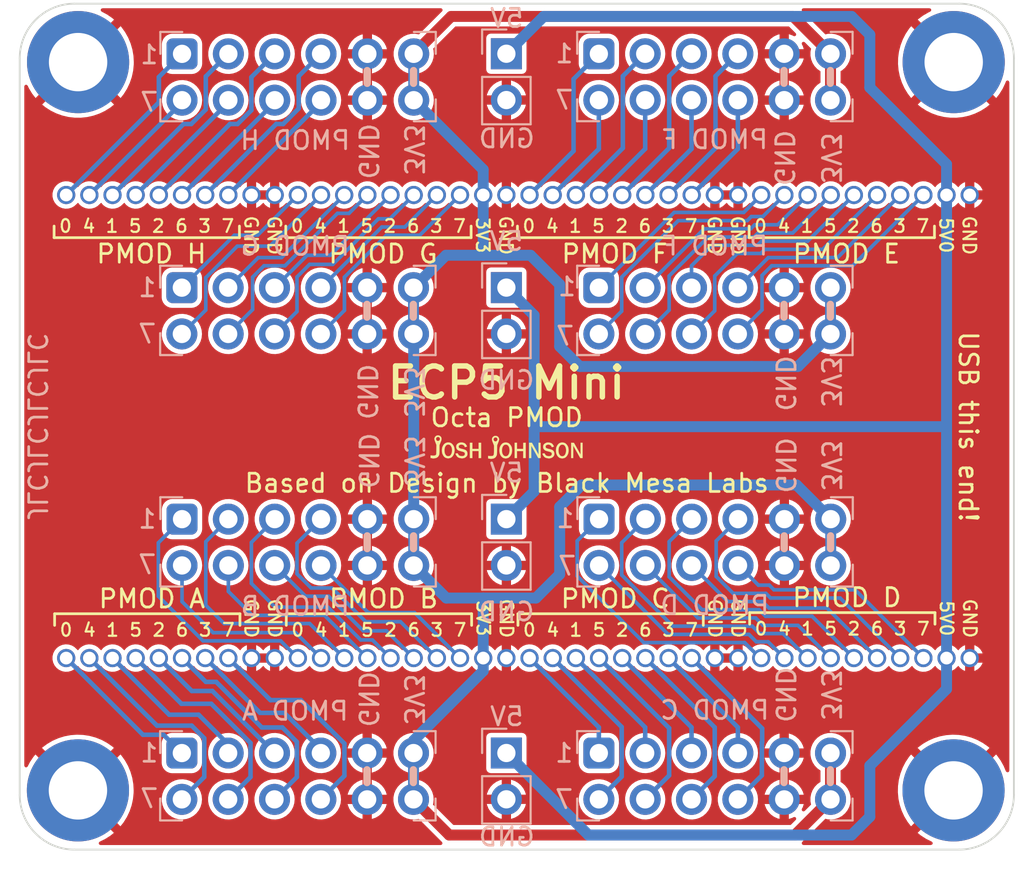
<source format=kicad_pcb>
(kicad_pcb (version 20201002) (generator pcbnew)
  (title_block (title "Quad PMOD") (date "2020-09-20") (rev "0.1") (company "Josh Johnson"))
  (layers (0 "F.Cu" signal) (31 "B.Cu" signal) (34 "B.Paste" user) (35 "F.Paste" user) (36 "B.SilkS" user "B.Silkscreen") (37 "F.SilkS" user "F.Silkscreen") (38 "B.Mask" user) (39 "F.Mask" user) (44 "Edge.Cuts" user))
  (net 0 "")
  (net 1 "/PORT_B0")
  (net 2 "/PORT_B4")
  (net 3 "/PORT_B1")
  (net 4 "/PORT_B5")
  (net 5 "/PORT_B2")
  (net 6 "/PORT_B6")
  (net 7 "/PORT_B3")
  (net 8 "/PORT_B7")
  (net 9 "/PORT_C0")
  (net 10 "/PORT_C4")
  (net 11 "/PORT_C1")
  (net 12 "/PORT_C5")
  (net 13 "/PORT_C2")
  (net 14 "/PORT_C6")
  (net 15 "/PORT_C3")
  (net 16 "/PORT_C7")
  (net 17 "/PORT_D0")
  (net 18 "/PORT_D4")
  (net 19 "/PORT_D1")
  (net 20 "/PORT_D5")
  (net 21 "/PORT_D2")
  (net 22 "/PORT_D6")
  (net 23 "/PORT_D3")
  (net 24 "/PORT_D7")
  (net 25 "/PORT_G0")
  (net 26 "/PORT_G4")
  (net 27 "/PORT_G1")
  (net 28 "/PORT_G5")
  (net 29 "/PORT_G2")
  (net 30 "/PORT_G6")
  (net 31 "/PORT_G3")
  (net 32 "/PORT_G7")
  (net 33 "/PORT_F0")
  (net 34 "/PORT_F4")
  (net 35 "/PORT_F1")
  (net 36 "/PORT_F5")
  (net 37 "/PORT_F2")
  (net 38 "/PORT_F6")
  (net 39 "/PORT_F3")
  (net 40 "/PORT_F7")
  (net 41 "/PORT_E0")
  (net 42 "GND")
  (net 43 "+5V")
  (net 44 "/PORT_E4")
  (net 45 "/PORT_E1")
  (net 46 "/PORT_E5")
  (net 47 "/PORT_E2")
  (net 48 "+3V3")
  (net 49 "/PORT_E6")
  (net 50 "/PORT_E3")
  (net 51 "/PORT_E7")
  (net 52 "/PORT_H7")
  (net 53 "/PORT_H3")
  (net 54 "/PORT_H6")
  (net 55 "/PORT_H2")
  (net 56 "/PORT_H5")
  (net 57 "/PORT_H1")
  (net 58 "/PORT_H4")
  (net 59 "/PORT_H0")
  (net 60 "/PORT_A0")
  (net 61 "/PORT_A4")
  (net 62 "/PORT_A1")
  (net 63 "/PORT_A5")
  (net 64 "/PORT_A2")
  (net 65 "/PORT_A6")
  (net 66 "/PORT_A3")
  (net 67 "/PORT_A7")
  (module "josh-connectors:ECP5-Mini-Edge-40x1.27" (layer "F.Cu") (at 117.348 80.264 90)
    (fp_text reference "J4" hide)
    (fp_text value "S7 Mini")
    (pad "1" thru_hole circle (at 1.27 0 90) (size 1 1) (drill 0.7) (layers *.Cu *.Mask) (net 59 "/PORT_H0") (clearance 0.25))
    (pad "2" thru_hole oval (at 1.27 1.27 90) (size 1 1) (drill 0.7) (layers *.Cu *.Mask) (net 58 "/PORT_H4") (clearance 0.25))
    (pad "3" thru_hole oval (at 1.27 2.54 90) (size 1 1) (drill 0.7) (layers *.Cu *.Mask) (net 57 "/PORT_H1") (clearance 0.25))
    (pad "4" thru_hole oval (at 1.27 3.81 90) (size 1 1) (drill 0.7) (layers *.Cu *.Mask) (net 56 "/PORT_H5") (clearance 0.25))
    (pad "5" thru_hole oval (at 1.27 5.08 90) (size 1 1) (drill 0.7) (layers *.Cu *.Mask) (net 55 "/PORT_H2") (clearance 0.25))
    (pad "6" thru_hole oval (at 1.27 6.35 90) (size 1 1) (drill 0.7) (layers *.Cu *.Mask) (net 54 "/PORT_H6") (clearance 0.25))
    (pad "7" thru_hole oval (at 1.27 7.62 90) (size 1 1) (drill 0.7) (layers *.Cu *.Mask) (net 53 "/PORT_H3") (clearance 0.25))
    (pad "8" thru_hole oval (at 1.27 8.89 90) (size 1 1) (drill 0.7) (layers *.Cu *.Mask) (net 52 "/PORT_H7") (clearance 0.25))
    (pad "9" thru_hole oval (at 1.27 10.16 90) (size 1 1) (drill 0.7) (layers *.Cu *.Mask) (net 42 "GND") (clearance 0.25))
    (pad "10" thru_hole oval (at 1.27 11.43 90) (size 1 1) (drill 0.7) (layers *.Cu *.Mask) (net 42 "GND") (clearance 0.25))
    (pad "11" thru_hole oval (at 1.27 12.7 90) (size 1 1) (drill 0.7) (layers *.Cu *.Mask) (net 25 "/PORT_G0") (clearance 0.25))
    (pad "12" thru_hole oval (at 1.27 13.97 90) (size 1 1) (drill 0.7) (layers *.Cu *.Mask) (net 26 "/PORT_G4") (clearance 0.25))
    (pad "13" thru_hole oval (at 1.27 15.24 90) (size 1 1) (drill 0.7) (layers *.Cu *.Mask) (net 27 "/PORT_G1") (clearance 0.25))
    (pad "14" thru_hole oval (at 1.27 16.51 90) (size 1 1) (drill 0.7) (layers *.Cu *.Mask) (net 28 "/PORT_G5") (clearance 0.25))
    (pad "15" thru_hole oval (at 1.27 17.78 90) (size 1 1) (drill 0.7) (layers *.Cu *.Mask) (net 29 "/PORT_G2") (clearance 0.25))
    (pad "16" thru_hole oval (at 1.27 19.05 90) (size 1 1) (drill 0.7) (layers *.Cu *.Mask) (net 30 "/PORT_G6") (clearance 0.25))
    (pad "17" thru_hole oval (at 1.27 20.32 90) (size 1 1) (drill 0.7) (layers *.Cu *.Mask) (net 31 "/PORT_G3") (clearance 0.25))
    (pad "18" thru_hole oval (at 1.27 21.59 90) (size 1 1) (drill 0.7) (layers *.Cu *.Mask) (net 32 "/PORT_G7"))
    (pad "19" thru_hole oval (at 1.27 22.86 90) (size 1 1) (drill 0.7) (layers *.Cu *.Mask) (net 48 "+3V3"))
    (pad "20" thru_hole oval (at 1.27 24.13 90) (size 1 1) (drill 0.7) (layers *.Cu *.Mask) (net 42 "GND"))
    (pad "21" thru_hole oval (at 1.27 25.4 90) (size 1 1) (drill 0.7) (layers *.Cu *.Mask) (net 33 "/PORT_F0") (clearance 0.25))
    (pad "22" thru_hole oval (at 1.27 26.67 90) (size 1 1) (drill 0.7) (layers *.Cu *.Mask) (net 34 "/PORT_F4") (clearance 0.25))
    (pad "23" thru_hole oval (at 1.27 27.94 90) (size 1 1) (drill 0.7) (layers *.Cu *.Mask) (net 35 "/PORT_F1") (clearance 0.25))
    (pad "24" thru_hole oval (at 1.27 29.21 90) (size 1 1) (drill 0.7) (layers *.Cu *.Mask) (net 36 "/PORT_F5") (clearance 0.25))
    (pad "25" thru_hole oval (at 1.27 30.48 90) (size 1 1) (drill 0.7) (layers *.Cu *.Mask) (net 37 "/PORT_F2"))
    (pad "26" thru_hole oval (at 1.27 31.75 90) (size 1 1) (drill 0.7) (layers *.Cu *.Mask) (net 38 "/PORT_F6"))
    (pad "27" thru_hole oval (at 1.27 33.02 90) (size 1 1) (drill 0.7) (layers *.Cu *.Mask) (net 39 "/PORT_F3") (clearance 0.25))
    (pad "28" thru_hole oval (at 1.27 34.29 90) (size 1 1) (drill 0.7) (layers *.Cu *.Mask) (net 40 "/PORT_F7"))
    (pad "29" thru_hole oval (at 1.27 35.56 90) (size 1 1) (drill 0.7) (layers *.Cu *.Mask) (net 42 "GND") (clearance 0.25))
    (pad "30" thru_hole oval (at 1.27 36.83 90) (size 1 1) (drill 0.7) (layers *.Cu *.Mask) (net 42 "GND") (clearance 0.25))
    (pad "31" thru_hole oval (at 1.27 38.1 90) (size 1 1) (drill 0.7) (layers *.Cu *.Mask) (net 41 "/PORT_E0"))
    (pad "32" thru_hole oval (at 1.27 39.37 90) (size 1 1) (drill 0.7) (layers *.Cu *.Mask) (net 44 "/PORT_E4") (clearance 0.25))
    (pad "33" thru_hole oval (at 1.27 40.64 90) (size 1 1) (drill 0.7) (layers *.Cu *.Mask) (net 45 "/PORT_E1") (clearance 0.25))
    (pad "34" thru_hole oval (at 1.27 41.91 90) (size 1 1) (drill 0.7) (layers *.Cu *.Mask) (net 46 "/PORT_E5") (clearance 0.25))
    (pad "35" thru_hole oval (at 1.27 43.18 90) (size 1 1) (drill 0.7) (layers *.Cu *.Mask) (net 47 "/PORT_E2") (clearance 0.25))
    (pad "36" thru_hole oval (at 1.27 44.45 90) (size 1 1) (drill 0.7) (layers *.Cu *.Mask) (net 49 "/PORT_E6"))
    (pad "37" thru_hole oval (at 1.27 45.72 90) (size 1 1) (drill 0.7) (layers *.Cu *.Mask) (net 50 "/PORT_E3") (clearance 0.25))
    (pad "38" thru_hole oval (at 1.27 46.99 90) (size 1 1) (drill 0.7) (layers *.Cu *.Mask) (net 51 "/PORT_E7"))
    (pad "39" thru_hole oval (at 1.27 48.26 90) (size 1 1) (drill 0.7) (layers *.Cu *.Mask) (net 43 "+5V"))
    (pad "40" thru_hole oval (at 1.27 49.53 90) (size 1 1) (drill 0.7) (layers *.Cu *.Mask) (net 42 "GND"))
  )
  (module "MountingHole:MountingHole_3.2mm_M3_DIN965_Pad" (layer "F.Cu") (at 165.992 111.651)
    (fp_text reference "M3" hide)
    (fp_text value "M3")
    (pad "1" thru_hole circle (at 0 0) (size 5.6 5.6) (drill 3.2) (layers *.Cu *.Mask) (net 42 "GND"))
  )
  (module "MountingHole:MountingHole_3.2mm_M3_DIN965_Pad" (layer "F.Cu") (at 117.992 111.651)
    (fp_text reference "M2" hide)
    (fp_text value "M3")
    (pad "1" thru_hole circle (at 0 0) (size 5.6 5.6) (drill 3.2) (layers *.Cu *.Mask) (net 42 "GND"))
  )
  (module "MountingHole:MountingHole_3.2mm_M3_DIN965_Pad" (layer "F.Cu") (at 118 71.705183)
    (fp_text reference "M1" hide)
    (fp_text value "M3")
    (pad "1" thru_hole circle (at 0 0) (size 5.6 5.6) (drill 3.2) (layers *.Cu *.Mask) (net 42 "GND"))
  )
  (module "josh-logos:josh-johnson-logo-8_6x1_5" (layer "F.Cu") (at 141.5 92.8)
    (fp_text reference "LOGO1" hide)
    (fp_text value "Josh-Logo" hide)
  )
  (module "MountingHole:MountingHole_3.2mm_M3_DIN965_Pad" (layer "F.Cu") (at 166 71.705183)
    (fp_text reference "M4" hide)
    (fp_text value "M3")
    (pad "1" thru_hole circle (at 0 0) (size 5.6 5.6) (drill 3.2) (layers *.Cu *.Mask) (net 42 "GND"))
  )
  (module "josh-connectors:PMOD_HOST" (layer "B.Cu") (at 146.558 71.247 -90)
    (fp_text reference "J8" hide)
    (fp_text value "PMOD")
    (fp_text user "3V3" (at 5.715 -12.7 -90 unlocked) (layer "B.SilkS") (effects (justify mirror)))
    (fp_text user "GND" (at 5.715 -10.14 -90 unlocked) (layer "B.SilkS") (effects (justify mirror)))
    (fp_text user "1" (at 0 1.905 unlocked) (layer "B.SilkS") (effects (justify mirror)))
    (fp_text user "7" (at 2.54 1.905 unlocked) (layer "B.SilkS") (effects (justify mirror)))
    (pad "1" thru_hole roundrect (at 0.0032 0.01044 90) (size 1.7 1.7) (drill 1) (layers *.Cu *.Mask) (roundrect_rratio 0.2) (net 33 "/PORT_F0"))
    (pad "2" thru_hole oval (at 0.0032 -2.52956 90) (size 1.7 1.7) (drill 1) (layers *.Cu *.Mask) (net 35 "/PORT_F1"))
    (pad "3" thru_hole oval (at 0.0032 -5.06956 90) (size 1.7 1.7) (drill 1) (layers *.Cu *.Mask) (net 37 "/PORT_F2"))
    (pad "4" thru_hole oval (at 0.0032 -7.60956 90) (size 1.7 1.7) (drill 1) (layers *.Cu *.Mask) (net 39 "/PORT_F3"))
    (pad "5" thru_hole oval (at 0.0032 -10.14956 90) (size 1.7 1.7) (drill 1) (layers *.Cu *.Mask) (net 42 "GND"))
    (pad "6" thru_hole oval (at 0.0032 -12.68956 90) (size 1.7 1.7) (drill 1) (layers *.Cu *.Mask) (net 48 "+3V3"))
    (pad "7" thru_hole oval (at 2.5432 0.01044 90) (size 1.7 1.7) (drill 1) (layers *.Cu *.Mask) (net 34 "/PORT_F4"))
    (pad "8" thru_hole oval (at 2.5432 -2.52956 90) (size 1.7 1.7) (drill 1) (layers *.Cu *.Mask) (net 36 "/PORT_F5"))
    (pad "9" thru_hole oval (at 2.5432 -5.06956 90) (size 1.7 1.7) (drill 1) (layers *.Cu *.Mask) (net 38 "/PORT_F6"))
    (pad "10" thru_hole oval (at 2.5432 -7.60956 90) (size 1.7 1.7) (drill 1) (layers *.Cu *.Mask) (net 40 "/PORT_F7"))
    (pad "11" thru_hole oval (at 2.5432 -10.14956 90) (size 1.7 1.7) (drill 1) (layers *.Cu *.Mask) (net 42 "GND"))
    (pad "12" thru_hole oval (at 2.5432 -12.68956 90) (size 1.7 1.7) (drill 1) (layers *.Cu *.Mask) (net 48 "+3V3"))
  )
  (module "Connector_PinSocket_2.54mm:PinSocket_1x02_P2.54mm_Vertical" (layer "B.Cu") (at 141.478 84.074 180)
    (fp_text reference "J6" hide)
    (fp_text value "PWR")
    (pad "1" thru_hole rect (at 0 0 180) (size 1.7 1.7) (drill 1) (layers *.Cu *.Mask) (net 43 "+5V"))
    (pad "2" thru_hole oval (at 0 -2.54 180) (size 1.7 1.7) (drill 1) (layers *.Cu *.Mask) (net 42 "GND"))
  )
  (module "josh-connectors:PMOD_HOST" (layer "B.Cu") (at 123.698 84.074 -90)
    (fp_text reference "J7" hide)
    (fp_text value "PMOD")
    (fp_text user "7" (at 2.54 1.905 unlocked) (layer "B.SilkS") (effects (justify mirror)))
    (fp_text user "1" (at 0 1.905 unlocked) (layer "B.SilkS") (effects (justify mirror)))
    (fp_text user "GND" (at 5.715 -10.14 -90 unlocked) (layer "B.SilkS") (effects (justify mirror)))
    (fp_text user "3V3" (at 5.715 -12.7 -90 unlocked) (layer "B.SilkS") (effects (justify mirror)))
    (pad "1" thru_hole roundrect (at 0.0032 0.01044 90) (size 1.7 1.7) (drill 1) (layers *.Cu *.Mask) (roundrect_rratio 0.2) (net 25 "/PORT_G0"))
    (pad "2" thru_hole oval (at 0.0032 -2.52956 90) (size 1.7 1.7) (drill 1) (layers *.Cu *.Mask) (net 27 "/PORT_G1"))
    (pad "3" thru_hole oval (at 0.0032 -5.06956 90) (size 1.7 1.7) (drill 1) (layers *.Cu *.Mask) (net 29 "/PORT_G2"))
    (pad "4" thru_hole oval (at 0.0032 -7.60956 90) (size 1.7 1.7) (drill 1) (layers *.Cu *.Mask) (net 31 "/PORT_G3"))
    (pad "5" thru_hole oval (at 0.0032 -10.14956 90) (size 1.7 1.7) (drill 1) (layers *.Cu *.Mask) (net 42 "GND"))
    (pad "6" thru_hole oval (at 0.0032 -12.68956 90) (size 1.7 1.7) (drill 1) (layers *.Cu *.Mask) (net 48 "+3V3"))
    (pad "7" thru_hole oval (at 2.5432 0.01044 90) (size 1.7 1.7) (drill 1) (layers *.Cu *.Mask) (net 26 "/PORT_G4"))
    (pad "8" thru_hole oval (at 2.5432 -2.52956 90) (size 1.7 1.7) (drill 1) (layers *.Cu *.Mask) (net 28 "/PORT_G5"))
    (pad "9" thru_hole oval (at 2.5432 -5.06956 90) (size 1.7 1.7) (drill 1) (layers *.Cu *.Mask) (net 30 "/PORT_G6"))
    (pad "10" thru_hole oval (at 2.5432 -7.60956 90) (size 1.7 1.7) (drill 1) (layers *.Cu *.Mask) (net 32 "/PORT_G7"))
    (pad "11" thru_hole oval (at 2.5432 -10.14956 90) (size 1.7 1.7) (drill 1) (layers *.Cu *.Mask) (net 42 "GND"))
    (pad "12" thru_hole oval (at 2.5432 -12.68956 90) (size 1.7 1.7) (drill 1) (layers *.Cu *.Mask) (net 48 "+3V3"))
  )
  (module "josh-connectors:PMOD_HOST" (layer "B.Cu") (at 146.558 84.074 -90)
    (fp_text reference "J15" hide)
    (fp_text value "PMOD")
    (fp_text user "3V3" (at 5.153 -12.7 -90 unlocked) (layer "B.SilkS") (effects (justify mirror)))
    (fp_text user "1" (at -0.047 1.758 unlocked) (layer "B.SilkS") (effects (justify mirror)))
    (fp_text user "GND" (at 5.253 -10.2 -90 unlocked) (layer "B.SilkS") (effects (justify mirror)))
    (fp_text user "7" (at 2.653 1.858 unlocked) (layer "B.SilkS") (effects (justify mirror)))
    (pad "1" thru_hole roundrect (at 0.0032 0.01044 90) (size 1.7 1.7) (drill 1) (layers *.Cu *.Mask) (roundrect_rratio 0.2) (net 41 "/PORT_E0"))
    (pad "2" thru_hole oval (at 0.0032 -2.52956 90) (size 1.7 1.7) (drill 1) (layers *.Cu *.Mask) (net 45 "/PORT_E1"))
    (pad "3" thru_hole oval (at 0.0032 -5.06956 90) (size 1.7 1.7) (drill 1) (layers *.Cu *.Mask) (net 47 "/PORT_E2"))
    (pad "4" thru_hole oval (at 0.0032 -7.60956 90) (size 1.7 1.7) (drill 1) (layers *.Cu *.Mask) (net 50 "/PORT_E3"))
    (pad "5" thru_hole oval (at 0.0032 -10.14956 90) (size 1.7 1.7) (drill 1) (layers *.Cu *.Mask) (net 42 "GND"))
    (pad "6" thru_hole oval (at 0.0032 -12.68956 90) (size 1.7 1.7) (drill 1) (layers *.Cu *.Mask) (net 48 "+3V3"))
    (pad "7" thru_hole oval (at 2.5432 0.01044 90) (size 1.7 1.7) (drill 1) (layers *.Cu *.Mask) (net 44 "/PORT_E4"))
    (pad "8" thru_hole oval (at 2.5432 -2.52956 90) (size 1.7 1.7) (drill 1) (layers *.Cu *.Mask) (net 46 "/PORT_E5"))
    (pad "9" thru_hole oval (at 2.5432 -5.06956 90) (size 1.7 1.7) (drill 1) (layers *.Cu *.Mask) (net 49 "/PORT_E6"))
    (pad "10" thru_hole oval (at 2.5432 -7.60956 90) (size 1.7 1.7) (drill 1) (layers *.Cu *.Mask) (net 51 "/PORT_E7"))
    (pad "11" thru_hole oval (at 2.5432 -10.14956 90) (size 1.7 1.7) (drill 1) (layers *.Cu *.Mask) (net 42 "GND"))
    (pad "12" thru_hole oval (at 2.5432 -12.68956 90) (size 1.7 1.7) (drill 1) (layers *.Cu *.Mask) (net 48 "+3V3"))
  )
  (module "josh-connectors:ECP5-Mini-Edge-40x1.27" (layer "B.Cu") (at 117.348 103.124 -90)
    (fp_text reference "J3" hide)
    (fp_text value "S7 Mini")
    (pad "1" thru_hole circle (at 1.27 0 270) (size 1 1) (drill 0.7) (layers *.Cu *.Mask) (net 60 "/PORT_A0") (clearance 0.25))
    (pad "2" thru_hole oval (at 1.27 -1.27 270) (size 1 1) (drill 0.7) (layers *.Cu *.Mask) (net 61 "/PORT_A4") (clearance 0.25))
    (pad "3" thru_hole oval (at 1.27 -2.54 270) (size 1 1) (drill 0.7) (layers *.Cu *.Mask) (net 62 "/PORT_A1") (clearance 0.25))
    (pad "4" thru_hole oval (at 1.27 -3.81 270) (size 1 1) (drill 0.7) (layers *.Cu *.Mask) (net 63 "/PORT_A5") (clearance 0.25))
    (pad "5" thru_hole oval (at 1.27 -5.08 270) (size 1 1) (drill 0.7) (layers *.Cu *.Mask) (net 64 "/PORT_A2") (clearance 0.25))
    (pad "6" thru_hole oval (at 1.27 -6.35 270) (size 1 1) (drill 0.7) (layers *.Cu *.Mask) (net 65 "/PORT_A6") (clearance 0.25))
    (pad "7" thru_hole oval (at 1.27 -7.62 270) (size 1 1) (drill 0.7) (layers *.Cu *.Mask) (net 66 "/PORT_A3") (clearance 0.25))
    (pad "8" thru_hole oval (at 1.27 -8.89 270) (size 1 1) (drill 0.7) (layers *.Cu *.Mask) (net 67 "/PORT_A7") (clearance 0.25))
    (pad "9" thru_hole oval (at 1.27 -10.16 270) (size 1 1) (drill 0.7) (layers *.Cu *.Mask) (net 42 "GND") (clearance 0.25))
    (pad "10" thru_hole oval (at 1.27 -11.43 270) (size 1 1) (drill 0.7) (layers *.Cu *.Mask) (net 42 "GND") (clearance 0.25))
    (pad "11" thru_hole oval (at 1.27 -12.7 270) (size 1 1) (drill 0.7) (layers *.Cu *.Mask) (net 1 "/PORT_B0") (clearance 0.25))
    (pad "12" thru_hole oval (at 1.27 -13.97 270) (size 1 1) (drill 0.7) (layers *.Cu *.Mask) (net 2 "/PORT_B4") (clearance 0.25))
    (pad "13" thru_hole oval (at 1.27 -15.24 270) (size 1 1) (drill 0.7) (layers *.Cu *.Mask) (net 3 "/PORT_B1") (clearance 0.25))
    (pad "14" thru_hole oval (at 1.27 -16.51 270) (size 1 1) (drill 0.7) (layers *.Cu *.Mask) (net 4 "/PORT_B5") (clearance 0.25))
    (pad "15" thru_hole oval (at 1.27 -17.78 270) (size 1 1) (drill 0.7) (layers *.Cu *.Mask) (net 5 "/PORT_B2") (clearance 0.25))
    (pad "16" thru_hole oval (at 1.27 -19.05 270) (size 1 1) (drill 0.7) (layers *.Cu *.Mask) (net 6 "/PORT_B6") (clearance 0.25))
    (pad "17" thru_hole oval (at 1.27 -20.32 270) (size 1 1) (drill 0.7) (layers *.Cu *.Mask) (net 7 "/PORT_B3") (clearance 0.25))
    (pad "18" thru_hole oval (at 1.27 -21.59 270) (size 1 1) (drill 0.7) (layers *.Cu *.Mask) (net 8 "/PORT_B7"))
    (pad "19" thru_hole oval (at 1.27 -22.86 270) (size 1 1) (drill 0.7) (layers *.Cu *.Mask) (net 48 "+3V3"))
    (pad "20" thru_hole oval (at 1.27 -24.13 270) (size 1 1) (drill 0.7) (layers *.Cu *.Mask) (net 42 "GND"))
    (pad "21" thru_hole oval (at 1.27 -25.4 270) (size 1 1) (drill 0.7) (layers *.Cu *.Mask) (net 9 "/PORT_C0") (clearance 0.25))
    (pad "22" thru_hole oval (at 1.27 -26.67 270) (size 1 1) (drill 0.7) (layers *.Cu *.Mask) (net 10 "/PORT_C4") (clearance 0.25))
    (pad "23" thru_hole oval (at 1.27 -27.94 270) (size 1 1) (drill 0.7) (layers *.Cu *.Mask) (net 11 "/PORT_C1") (clearance 0.25))
    (pad "24" thru_hole oval (at 1.27 -29.21 270) (size 1 1) (drill 0.7) (layers *.Cu *.Mask) (net 12 "/PORT_C5") (clearance 0.25))
    (pad "25" thru_hole oval (at 1.27 -30.48 270) (size 1 1) (drill 0.7) (layers *.Cu *.Mask) (net 13 "/PORT_C2"))
    (pad "26" thru_hole oval (at 1.27 -31.75 270) (size 1 1) (drill 0.7) (layers *.Cu *.Mask) (net 14 "/PORT_C6"))
    (pad "27" thru_hole oval (at 1.27 -33.02 270) (size 1 1) (drill 0.7) (layers *.Cu *.Mask) (net 15 "/PORT_C3") (clearance 0.25))
    (pad "28" thru_hole oval (at 1.27 -34.29 270) (size 1 1) (drill 0.7) (layers *.Cu *.Mask) (net 16 "/PORT_C7"))
    (pad "29" thru_hole oval (at 1.27 -35.56 270) (size 1 1) (drill 0.7) (layers *.Cu *.Mask) (net 42 "GND") (clearance 0.25))
    (pad "30" thru_hole oval (at 1.27 -36.83 270) (size 1 1) (drill 0.7) (layers *.Cu *.Mask) (net 42 "GND") (clearance 0.25))
    (pad "31" thru_hole oval (at 1.27 -38.1 270) (size 1 1) (drill 0.7) (layers *.Cu *.Mask) (net 17 "/PORT_D0"))
    (pad "32" thru_hole oval (at 1.27 -39.37 270) (size 1 1) (drill 0.7) (layers *.Cu *.Mask) (net 18 "/PORT_D4") (clearance 0.25))
    (pad "33" thru_hole oval (at 1.27 -40.64 270) (size 1 1) (drill 0.7) (layers *.Cu *.Mask) (net 19 "/PORT_D1") (clearance 0.25))
    (pad "34" thru_hole oval (at 1.27 -41.91 270) (size 1 1) (drill 0.7) (layers *.Cu *.Mask) (net 20 "/PORT_D5") (clearance 0.25))
    (pad "35" thru_hole oval (at 1.27 -43.18 270) (size 1 1) (drill 0.7) (layers *.Cu *.Mask) (net 21 "/PORT_D2") (clearance 0.25))
    (pad "36" thru_hole oval (at 1.27 -44.45 270) (size 1 1) (drill 0.7) (layers *.Cu *.Mask) (net 22 "/PORT_D6"))
    (pad "37" thru_hole oval (at 1.27 -45.72 270) (size 1 1) (drill 0.7) (layers *.Cu *.Mask) (net 23 "/PORT_D3") (clearance 0.25))
    (pad "38" thru_hole oval (at 1.27 -46.99 270) (size 1 1) (drill 0.7) (layers *.Cu *.Mask) (net 24 "/PORT_D7"))
    (pad "39" thru_hole oval (at 1.27 -48.26 270) (size 1 1) (drill 0.7) (layers *.Cu *.Mask) (net 43 "+5V"))
    (pad "40" thru_hole oval (at 1.27 -49.53 270) (size 1 1) (drill 0.7) (layers *.Cu *.Mask) (net 42 "GND"))
  )
  (module "Connector_PinSocket_2.54mm:PinSocket_1x02_P2.54mm_Vertical" (layer "B.Cu") (at 141.478 109.601 180)
    (fp_text reference "J12" hide)
    (fp_text value "PWR")
    (pad "1" thru_hole rect (at 0 0 180) (size 1.7 1.7) (drill 1) (layers *.Cu *.Mask) (net 43 "+5V"))
    (pad "2" thru_hole oval (at 0 -2.54 180) (size 1.7 1.7) (drill 1) (layers *.Cu *.Mask) (net 42 "GND"))
  )
  (module "josh-connectors:PMOD_HOST" (layer "B.Cu") (at 146.558 109.601 -90)
    (fp_text reference "J2" hide)
    (fp_text value "PMOD")
    (fp_text user "7" (at 2.5464 1.91544 unlocked) (layer "B.SilkS") (effects (justify mirror)))
    (fp_text user "3V3" (at -3.2 -12.7 -90 unlocked) (layer "B.SilkS") (effects (justify mirror)))
    (fp_text user "1" (at 0.0064 1.91544 unlocked) (layer "B.SilkS") (effects (justify mirror)))
    (fp_text user "GND" (at -3.2 -10.2 -90 unlocked) (layer "B.SilkS") (effects (justify mirror)))
    (pad "1" thru_hole roundrect (at 0.0032 0.01044 90) (size 1.7 1.7) (drill 1) (layers *.Cu *.Mask) (roundrect_rratio 0.2) (net 9 "/PORT_C0"))
    (pad "2" thru_hole oval (at 0.0032 -2.52956 90) (size 1.7 1.7) (drill 1) (layers *.Cu *.Mask) (net 11 "/PORT_C1"))
    (pad "3" thru_hole oval (at 0.0032 -5.06956 90) (size 1.7 1.7) (drill 1) (layers *.Cu *.Mask) (net 13 "/PORT_C2"))
    (pad "4" thru_hole oval (at 0.0032 -7.60956 90) (size 1.7 1.7) (drill 1) (layers *.Cu *.Mask) (net 15 "/PORT_C3"))
    (pad "5" thru_hole oval (at 0.0032 -10.14956 90) (size 1.7 1.7) (drill 1) (layers *.Cu *.Mask) (net 42 "GND"))
    (pad "6" thru_hole oval (at 0.0032 -12.68956 90) (size 1.7 1.7) (drill 1) (layers *.Cu *.Mask) (net 48 "+3V3"))
    (pad "7" thru_hole oval (at 2.5432 0.01044 90) (size 1.7 1.7) (drill 1) (layers *.Cu *.Mask) (net 10 "/PORT_C4"))
    (pad "8" thru_hole oval (at 2.5432 -2.52956 90) (size 1.7 1.7) (drill 1) (layers *.Cu *.Mask) (net 12 "/PORT_C5"))
    (pad "9" thru_hole oval (at 2.5432 -5.06956 90) (size 1.7 1.7) (drill 1) (layers *.Cu *.Mask) (net 14 "/PORT_C6"))
    (pad "10" thru_hole oval (at 2.5432 -7.60956 90) (size 1.7 1.7) (drill 1) (layers *.Cu *.Mask) (net 16 "/PORT_C7"))
    (pad "11" thru_hole oval (at 2.5432 -10.14956 90) (size 1.7 1.7) (drill 1) (layers *.Cu *.Mask) (net 42 "GND"))
    (pad "12" thru_hole oval (at 2.5432 -12.68956 90) (size 1.7 1.7) (drill 1) (layers *.Cu *.Mask) (net 48 "+3V3"))
  )
  (module "josh-connectors:PMOD_HOST" (layer "B.Cu") (at 146.56844 96.7708 -90)
    (fp_text reference "J9" hide)
    (fp_text value "PMOD")
    (fp_text user "GND" (at -2.95 -10.2 -90 unlocked) (layer "B.SilkS") (effects (justify mirror)))
    (fp_text user "7" (at 2.572 1.758 unlocked) (layer "B.SilkS") (effects (justify mirror)))
    (fp_text user "3V3" (at -2.95 -12.7 -90 unlocked) (layer "B.SilkS") (effects (justify mirror)))
    (fp_text user "1" (at -0.028 1.858 unlocked) (layer "B.SilkS") (effects (justify mirror)))
    (pad "1" thru_hole roundrect (at 0.0032 0.01044 90) (size 1.7 1.7) (drill 1) (layers *.Cu *.Mask) (roundrect_rratio 0.2) (net 17 "/PORT_D0"))
    (pad "2" thru_hole oval (at 0.0032 -2.52956 90) (size 1.7 1.7) (drill 1) (layers *.Cu *.Mask) (net 19 "/PORT_D1"))
    (pad "3" thru_hole oval (at 0.0032 -5.06956 90) (size 1.7 1.7) (drill 1) (layers *.Cu *.Mask) (net 21 "/PORT_D2"))
    (pad "4" thru_hole oval (at 0.0032 -7.60956 90) (size 1.7 1.7) (drill 1) (layers *.Cu *.Mask) (net 23 "/PORT_D3"))
    (pad "5" thru_hole oval (at 0.0032 -10.14956 90) (size 1.7 1.7) (drill 1) (layers *.Cu *.Mask) (net 42 "GND"))
    (pad "6" thru_hole oval (at 0.0032 -12.68956 90) (size 1.7 1.7) (drill 1) (layers *.Cu *.Mask) (net 48 "+3V3"))
    (pad "7" thru_hole oval (at 2.5432 0.01044 90) (size 1.7 1.7) (drill 1) (layers *.Cu *.Mask) (net 18 "/PORT_D4"))
    (pad "8" thru_hole oval (at 2.5432 -2.52956 90) (size 1.7 1.7) (drill 1) (layers *.Cu *.Mask) (net 20 "/PORT_D5"))
    (pad "9" thru_hole oval (at 2.5432 -5.06956 90) (size 1.7 1.7) (drill 1) (layers *.Cu *.Mask) (net 22 "/PORT_D6"))
    (pad "10" thru_hole oval (at 2.5432 -7.60956 90) (size 1.7 1.7) (drill 1) (layers *.Cu *.Mask) (net 24 "/PORT_D7"))
    (pad "11" thru_hole oval (at 2.5432 -10.14956 90) (size 1.7 1.7) (drill 1) (layers *.Cu *.Mask) (net 42 "GND"))
    (pad "12" thru_hole oval (at 2.5432 -12.68956 90) (size 1.7 1.7) (drill 1) (layers *.Cu *.Mask) (net 48 "+3V3"))
  )
  (module "Connector_PinSocket_2.54mm:PinSocket_1x02_P2.54mm_Vertical" (layer "B.Cu") (at 141.478 96.774 180)
    (fp_text reference "J5" hide)
    (fp_text value "PWR")
    (pad "1" thru_hole rect (at 0 0 180) (size 1.7 1.7) (drill 1) (layers *.Cu *.Mask) (net 43 "+5V"))
    (pad "2" thru_hole oval (at 0 -2.54 180) (size 1.7 1.7) (drill 1) (layers *.Cu *.Mask) (net 42 "GND"))
  )
  (module "Connector_PinSocket_2.54mm:PinSocket_1x02_P2.54mm_Vertical" (layer "B.Cu") (at 141.478 71.247 180)
    (fp_text reference "J14" hide)
    (fp_text value "PWR")
    (pad "1" thru_hole rect (at 0 0 180) (size 1.7 1.7) (drill 1) (layers *.Cu *.Mask) (net 43 "+5V"))
    (pad "2" thru_hole oval (at 0 -2.54 180) (size 1.7 1.7) (drill 1) (layers *.Cu *.Mask) (net 42 "GND"))
  )
  (module "josh-connectors:PMOD_HOST" (layer "B.Cu") (at 123.70844 71.2502 -90)
    (fp_text reference "J16" hide)
    (fp_text value "PMOD")
    (fp_text user "7" (at 2.6498 1.80844 unlocked) (layer "B.SilkS") (effects (justify mirror)))
    (fp_text user "GND" (at 5.3498 -10.19156 -90 unlocked) (layer "B.SilkS") (effects (justify mirror)))
    (fp_text user "1" (at 0.0498 1.80844 unlocked) (layer "B.SilkS") (effects (justify mirror)))
    (fp_text user "3V3" (at 5.2498 -12.69156 -90 unlocked) (layer "B.SilkS") (effects (justify mirror)))
    (pad "1" thru_hole roundrect (at 0.0032 0.01044 90) (size 1.7 1.7) (drill 1) (layers *.Cu *.Mask) (roundrect_rratio 0.2) (net 59 "/PORT_H0"))
    (pad "2" thru_hole oval (at 0.0032 -2.52956 90) (size 1.7 1.7) (drill 1) (layers *.Cu *.Mask) (net 57 "/PORT_H1"))
    (pad "3" thru_hole oval (at 0.0032 -5.06956 90) (size 1.7 1.7) (drill 1) (layers *.Cu *.Mask) (net 55 "/PORT_H2"))
    (pad "4" thru_hole oval (at 0.0032 -7.60956 90) (size 1.7 1.7) (drill 1) (layers *.Cu *.Mask) (net 53 "/PORT_H3"))
    (pad "5" thru_hole oval (at 0.0032 -10.14956 90) (size 1.7 1.7) (drill 1) (layers *.Cu *.Mask) (net 42 "GND"))
    (pad "6" thru_hole oval (at 0.0032 -12.68956 90) (size 1.7 1.7) (drill 1) (layers *.Cu *.Mask) (net 48 "+3V3"))
    (pad "7" thru_hole oval (at 2.5432 0.01044 90) (size 1.7 1.7) (drill 1) (layers *.Cu *.Mask) (net 58 "/PORT_H4"))
    (pad "8" thru_hole oval (at 2.5432 -2.52956 90) (size 1.7 1.7) (drill 1) (layers *.Cu *.Mask) (net 56 "/PORT_H5"))
    (pad "9" thru_hole oval (at 2.5432 -5.06956 90) (size 1.7 1.7) (drill 1) (layers *.Cu *.Mask) (net 54 "/PORT_H6"))
    (pad "10" thru_hole oval (at 2.5432 -7.60956 90) (size 1.7 1.7) (drill 1) (layers *.Cu *.Mask) (net 52 "/PORT_H7"))
    (pad "11" thru_hole oval (at 2.5432 -10.14956 90) (size 1.7 1.7) (drill 1) (layers *.Cu *.Mask) (net 42 "GND"))
    (pad "12" thru_hole oval (at 2.5432 -12.68956 90) (size 1.7 1.7) (drill 1) (layers *.Cu *.Mask) (net 48 "+3V3"))
  )
  (module "josh-connectors:PMOD_HOST" (layer "B.Cu") (at 123.70844 96.7708 -90)
    (fp_text reference "J1" hide)
    (fp_text value "PMOD")
    (fp_text user "GND" (at -3.2 -10.2 -90 unlocked) (layer "B.SilkS") (effects (justify mirror)))
    (fp_text user "3V3" (at -3.2 -12.7 -90 unlocked) (layer "B.SilkS") (effects (justify mirror)))
    (fp_text user "7" (at 2.5 1.91544 unlocked) (layer "B.SilkS") (effects (justify mirror)))
    (fp_text user "1" (at 0.0032 1.91544 unlocked) (layer "B.SilkS") (effects (justify mirror)))
    (pad "1" thru_hole roundrect (at 0.0032 0.01044 90) (size 1.7 1.7) (drill 1) (layers *.Cu *.Mask) (roundrect_rratio 0.2) (net 1 "/PORT_B0"))
    (pad "2" thru_hole oval (at 0.0032 -2.52956 90) (size 1.7 1.7) (drill 1) (layers *.Cu *.Mask) (net 3 "/PORT_B1"))
    (pad "3" thru_hole oval (at 0.0032 -5.06956 90) (size 1.7 1.7) (drill 1) (layers *.Cu *.Mask) (net 5 "/PORT_B2"))
    (pad "4" thru_hole oval (at 0.0032 -7.60956 90) (size 1.7 1.7) (drill 1) (layers *.Cu *.Mask) (net 7 "/PORT_B3"))
    (pad "5" thru_hole oval (at 0.0032 -10.14956 90) (size 1.7 1.7) (drill 1) (layers *.Cu *.Mask) (net 42 "GND"))
    (pad "6" thru_hole oval (at 0.0032 -12.68956 90) (size 1.7 1.7) (drill 1) (layers *.Cu *.Mask) (net 48 "+3V3"))
    (pad "7" thru_hole oval (at 2.5432 0.01044 90) (size 1.7 1.7) (drill 1) (layers *.Cu *.Mask) (net 2 "/PORT_B4"))
    (pad "8" thru_hole oval (at 2.5432 -2.52956 90) (size 1.7 1.7) (drill 1) (layers *.Cu *.Mask) (net 4 "/PORT_B5"))
    (pad "9" thru_hole oval (at 2.5432 -5.06956 90) (size 1.7 1.7) (drill 1) (layers *.Cu *.Mask) (net 6 "/PORT_B6"))
    (pad "10" thru_hole oval (at 2.5432 -7.60956 90) (size 1.7 1.7) (drill 1) (layers *.Cu *.Mask) (net 8 "/PORT_B7"))
    (pad "11" thru_hole oval (at 2.5432 -10.14956 90) (size 1.7 1.7) (drill 1) (layers *.Cu *.Mask) (net 42 "GND"))
    (pad "12" thru_hole oval (at 2.5432 -12.68956 90) (size 1.7 1.7) (drill 1) (layers *.Cu *.Mask) (net 48 "+3V3"))
  )
  (module "josh-connectors:PMOD_HOST" (layer "B.Cu") (at 123.698 109.601 -90)
    (fp_text reference "J10" hide)
    (fp_text value "PMOD")
    (fp_text user "7" (at 2.499 1.798 unlocked) (layer "B.SilkS") (effects (justify mirror)))
    (fp_text user "1" (at -0.001 1.798 unlocked) (layer "B.SilkS") (effects (justify mirror)))
    (fp_text user "GND" (at -2.95 -10.2 -90 unlocked) (layer "B.SilkS") (effects (justify mirror)))
    (fp_text user "3V3" (at -2.95 -12.7 -90 unlocked) (layer "B.SilkS") (effects (justify mirror)))
    (pad "1" thru_hole roundrect (at 0.0032 0.01044 90) (size 1.7 1.7) (drill 1) (layers *.Cu *.Mask) (roundrect_rratio 0.2) (net 60 "/PORT_A0"))
    (pad "2" thru_hole oval (at 0.0032 -2.52956 90) (size 1.7 1.7) (drill 1) (layers *.Cu *.Mask) (net 62 "/PORT_A1"))
    (pad "3" thru_hole oval (at 0.0032 -5.06956 90) (size 1.7 1.7) (drill 1) (layers *.Cu *.Mask) (net 64 "/PORT_A2"))
    (pad "4" thru_hole oval (at 0.0032 -7.60956 90) (size 1.7 1.7) (drill 1) (layers *.Cu *.Mask) (net 66 "/PORT_A3"))
    (pad "5" thru_hole oval (at 0.0032 -10.14956 90) (size 1.7 1.7) (drill 1) (layers *.Cu *.Mask) (net 42 "GND"))
    (pad "6" thru_hole oval (at 0.0032 -12.68956 90) (size 1.7 1.7) (drill 1) (layers *.Cu *.Mask) (net 48 "+3V3"))
    (pad "7" thru_hole oval (at 2.5432 0.01044 90) (size 1.7 1.7) (drill 1) (layers *.Cu *.Mask) (net 61 "/PORT_A4"))
    (pad "8" thru_hole oval (at 2.5432 -2.52956 90) (size 1.7 1.7) (drill 1) (layers *.Cu *.Mask) (net 63 "/PORT_A5"))
    (pad "9" thru_hole oval (at 2.5432 -5.06956 90) (size 1.7 1.7) (drill 1) (layers *.Cu *.Mask) (net 65 "/PORT_A6"))
    (pad "10" thru_hole oval (at 2.5432 -7.60956 90) (size 1.7 1.7) (drill 1) (layers *.Cu *.Mask) (net 67 "/PORT_A7"))
    (pad "11" thru_hole oval (at 2.5432 -10.14956 90) (size 1.7 1.7) (drill 1) (layers *.Cu *.Mask) (net 42 "GND"))
    (pad "12" thru_hole oval (at 2.5432 -12.68956 90) (size 1.7 1.7) (drill 1) (layers *.Cu *.Mask) (net 48 "+3V3"))
  )
  (gr_line (start 139.573 102.5985) (end 139.573 101.9635) (layer "F.SilkS") (width 0.15))
  (gr_line (start 152.273 101.9635) (end 142.113 101.9635) (layer "F.SilkS") (width 0.15))
  (gr_line (start 126.873 101.9635) (end 116.713 101.9635) (layer "F.SilkS") (width 0.15))
  (gr_line (start 154.785 80.7) (end 154.785 81.335) (layer "F.SilkS") (width 0.15))
  (gr_line (start 129.413 101.9635) (end 129.413 102.5985) (layer "F.SilkS") (width 0.15))
  (gr_line (start 164.973 102.535) (end 164.973 101.9) (layer "F.SilkS") (width 0.15))
  (gr_line (start 139.545 81.335) (end 139.545 80.7) (layer "F.SilkS") (width 0.15))
  (gr_line (start 116.685 81.335) (end 126.845 81.335) (layer "F.SilkS") (width 0.15))
  (gr_line (start 152.245 81.335) (end 152.245 80.7) (layer "F.SilkS") (width 0.15))
  (gr_line (start 142.085 80.7) (end 142.085 81.335) (layer "F.SilkS") (width 0.15))
  (gr_line (start 142.085 81.335) (end 152.245 81.335) (layer "F.SilkS") (width 0.15))
  (gr_line (start 129.385 80.7) (end 129.385 81.335) (layer "F.SilkS") (width 0.15))
  (gr_line (start 116.713 101.9635) (end 116.713 102.5985) (layer "F.SilkS") (width 0.15))
  (gr_line (start 164.973 101.9) (end 154.813 101.9) (layer "F.SilkS") (width 0.15))
  (gr_line (start 126.873 102.5985) (end 126.873 101.9635) (layer "F.SilkS") (width 0.15))
  (gr_line (start 139.573 101.9635) (end 129.413 101.9635) (layer "F.SilkS") (width 0.15))
  (gr_line (start 164.945 81.335) (end 164.945 80.7) (layer "F.SilkS") (width 0.15))
  (gr_line (start 154.813 101.9) (end 154.813 102.535) (layer "F.SilkS") (width 0.15))
  (gr_line (start 116.685 80.7) (end 116.685 81.335) (layer "F.SilkS") (width 0.15))
  (gr_line (start 154.785 81.335) (end 164.945 81.335) (layer "F.SilkS") (width 0.15))
  (gr_line (start 142.113 101.9635) (end 142.113 102.5985) (layer "F.SilkS") (width 0.15))
  (gr_line (start 152.273 102.5985) (end 152.273 101.9635) (layer "F.SilkS") (width 0.15))
  (gr_line (start 129.385 81.335) (end 139.545 81.335) (layer "F.SilkS") (width 0.15))
  (gr_line (start 126.845 81.335) (end 126.845 80.7) (layer "F.SilkS") (width 0.15))
  (gr_arc (start 166.3 111.9) (end 166.3 114.9) (angle -90) (layer "Edge.Cuts") (width 0.1))
  (gr_arc (start 117.8 111.9) (end 114.8 111.9) (angle -90) (layer "Edge.Cuts") (width 0.1))
  (gr_line (start 114.8 111.9) (end 114.8 71.5) (layer "Edge.Cuts") (width 0.1))
  (gr_arc (start 117.8 71.5) (end 117.8 68.5) (angle -90) (layer "Edge.Cuts") (width 0.1))
  (gr_arc (start 166.3 71.5) (end 169.3 71.5) (angle -90) (layer "Edge.Cuts") (width 0.1))
  (gr_line (start 117.8 68.5) (end 166.3 68.5) (layer "Edge.Cuts") (width 0.1))
  (gr_line (start 166.3 114.9) (end 117.8 114.9) (layer "Edge.Cuts") (width 0.1))
  (gr_line (start 169.3 71.5) (end 169.3 111.9) (layer "Edge.Cuts") (width 0.1))
  (gr_text "5V" (at 141.5 107.6) (layer "B.SilkS") (effects (font (size 1 1)) (justify mirror)))
  (gr_text "5V" (at 141.478 94.234) (layer "B.SilkS") (effects (font (size 1 1)) (justify mirror)))
  (gr_text "GND" (at 141.5 75.9) (layer "B.SilkS") (effects (font (size 1 1)) (justify mirror)))
  (gr_text "PMOD H" (at 129.9 76) (layer "B.SilkS") (effects (font (size 1 1)) (justify mirror)))
  (gr_text "PMOD C" (at 152.9 107.2525) (layer "B.SilkS") (effects (font (size 1 1)) (justify mirror)))
  (gr_text "PMOD G" (at 129.899999 81.8) (layer "B.SilkS") (effects (font (size 1 1)) (justify mirror)))
  (gr_text "GND" (at 141.478 101.854) (layer "B.SilkS") (effects (font (size 1 1)) (justify mirror)))
  (gr_text "PMOD B" (at 129.899999 101.5475) (layer "B.SilkS") (effects (font (size 1 1)) (justify mirror)))
  (gr_text "JLCJLCJLCJLC" (at 115.7475 91.7 270) (layer "B.SilkS") (effects (font (size 1 1)) (justify mirror)))
  (gr_text "PMOD A" (at 129.899999 107.3) (layer "B.SilkS") (effects (font (size 1 1)) (justify mirror)))
  (gr_text "PMOD D" (at 152.9 101.5) (layer "B.SilkS") (effects (font (size 1 1)) (justify mirror)))
  (gr_text "PMOD F" (at 152.9 81.788) (layer "B.SilkS") (effects (font (size 1 1)) (justify mirror)))
  (gr_text "GND" (at 141.478 89.154) (layer "B.SilkS") (effects (font (size 1 1)) (justify mirror)))
  (gr_text "GND" (at 141.5 114.2) (layer "B.SilkS") (effects (font (size 1 1)) (justify mirror)))
  (gr_text "5V" (at 141.5 69.3) (layer "B.SilkS") (effects (font (size 1 1)) (justify mirror)))
  (gr_text "PMOD F" (at 152.900001 75.9525) (layer "B.SilkS") (effects (font (size 1 1)) (justify mirror)))
  (gr_text "5V" (at 141.478 81.534) (layer "B.SilkS") (effects (font (size 1 1)) (justify mirror)))
  (gr_text "5" (at 146.53 80.7) (layer "F.SilkS") (effects (font (size 0.7 0.7) (thickness 0.12))))
  (gr_text "7" (at 151.638 102.8525) (layer "F.SilkS") (effects (font (size 0.7 0.7) (thickness 0.12))))
  (gr_text "PMOD A" (at 122.047 101.138) (layer "F.SilkS") (effects (font (size 1 1))))
  (gr_text "ECP5 Mini" (at 141.478 89.3) (layer "F.SilkS") (effects (font (size 1.7 1.7) (thickness 0.3))))
  (gr_text "GND" (at 166.878 102.2175 270) (layer "F.SilkS") (effects (font (size 0.7 0.7) (thickness 0.12))))
  (gr_text "7" (at 138.91 80.7) (layer "F.SilkS") (effects (font (size 0.7 0.7) (thickness 0.12))))
  (gr_text "3V3" (at 140.208 102.2175 270) (layer "F.SilkS") (effects (font (size 0.7 0.7) (thickness 0.12))))
  (gr_text "PMOD B" (at 134.747 101.138) (layer "F.SilkS") (effects (font (size 1 1))))
  (gr_text "GND" (at 152.88 81.208 270) (layer "F.SilkS") (effects (font (size 0.7 0.7) (thickness 0.12))))
  (gr_text "5" (at 159.258 102.789) (layer "F.SilkS") (effects (font (size 0.7 0.7) (thickness 0.12))))
  (gr_text "2" (at 147.828 102.8525) (layer "F.SilkS") (effects (font (size 0.7 0.7) (thickness 0.12))))
  (gr_text "1" (at 132.56 80.7) (layer "F.SilkS") (effects (font (size 0.7 0.7) (thickness 0.12))))
  (gr_text "4" (at 156.69 80.7) (layer "F.SilkS") (effects (font (size 0.7 0.7) (thickness 0.12))))
  (gr_text "USB this end!" (at 166.8 91.7 270) (layer "F.SilkS") (effects (font (size 1 1))))
  (gr_text "4" (at 131.318 102.8525) (layer "F.SilkS") (effects (font (size 0.7 0.7) (thickness 0.12))))
  (gr_text "3" (at 137.668 102.8525) (layer "F.SilkS") (effects (font (size 0.7 0.7) (thickness 0.12))))
  (gr_text "PMOD H" (at 122.019 82.224) (layer "F.SilkS") (effects (font (size 1 1))))
  (gr_text "3" (at 124.94 80.7) (layer "F.SilkS") (effects (font (size 0.7 0.7) (thickness 0.12))))
  (gr_text "0" (at 117.31 80.7) (layer "F.SilkS") (effects (font (size 0.7 0.7) (thickness 0.12))))
  (gr_text "GND" (at 127.488 102.2175 270) (layer "F.SilkS") (effects (font (size 0.7 0.7) (thickness 0.12))))
  (gr_text "2" (at 160.5 80.7) (layer "F.SilkS") (effects (font (size 0.7 0.7) (thickness 0.12))))
  (gr_text "1" (at 119.86 80.7) (layer "F.SilkS") (effects (font (size 0.7 0.7) (thickness 0.12))))
  (gr_text "PMOD C" (at 147.447 101.138) (layer "F.SilkS") (effects (font (size 1 1))))
  (gr_text "0" (at 130.01 80.7) (layer "F.SilkS") (effects (font (size 0.7 0.7) (thickness 0.12))))
  (gr_text "GND" (at 128.75 81.208 270) (layer "F.SilkS") (effects (font (size 0.7 0.7) (thickness 0.12))))
  (gr_text "0" (at 155.438 102.789) (layer "F.SilkS") (effects (font (size 0.7 0.7) (thickness 0.12))))
  (gr_text "GND" (at 166.85 81.208 270) (layer "F.SilkS") (effects (font (size 0.7 0.7) (thickness 0.12))))
  (gr_text "2" (at 135.1 80.7) (layer "F.SilkS") (effects (font (size 0.7 0.7) (thickness 0.12))))
  (gr_text "4" (at 156.718 102.789) (layer "F.SilkS") (effects (font (size 0.7 0.7) (thickness 0.12))))
  (gr_text "5" (at 133.83 80.7) (layer "F.SilkS") (effects (font (size 0.7 0.7) (thickness 0.12))))
  (gr_text "4" (at 118.618 102.8525) (layer "F.SilkS") (effects (font (size 0.7 0.7) (thickness 0.12))))
  (gr_text "5" (at 121.13 80.7) (layer "F.SilkS") (effects (font (size 0.7 0.7) (thickness 0.12))))
  (gr_text "2" (at 135.128 102.8525) (layer "F.SilkS") (effects (font (size 0.7 0.7) (thickness 0.12))))
  (gr_text "3" (at 150.34 80.7) (layer "F.SilkS") (effects (font (size 0.7 0.7) (thickness 0.12))))
  (gr_text "4" (at 118.59 80.7) (layer "F.SilkS") (effects (font (size 0.7 0.7) (thickness 0.12))))
  (gr_text "0" (at 142.738 102.8525) (layer "F.SilkS") (effects (font (size 0.7 0.7) (thickness 0.12))))
  (gr_text "7" (at 138.938 102.8525) (layer "F.SilkS") (effects (font (size 0.7 0.7) (thickness 0.12))))
  (gr_text "1" (at 132.588 102.8525) (layer "F.SilkS") (effects (font (size 0.7 0.7) (thickness 0.12))))
  (gr_text "5" (at 159.23 80.7) (layer "F.SilkS") (effects (font (size 0.7 0.7) (thickness 0.12))))
  (gr_text "6" (at 136.37 80.7) (layer "F.SilkS") (effects (font (size 0.7 0.7) (thickness 0.12))))
  (gr_text "5" (at 146.558 102.8525) (layer "F.SilkS") (effects (font (size 0.7 0.7) (thickness 0.12))))
  (gr_text "GND" (at 141.45 81.208 270) (layer "F.SilkS") (effects (font (size 0.7 0.7) (thickness 0.12))))
  (gr_text "3" (at 124.968 102.8525) (layer "F.SilkS") (effects (font (size 0.7 0.7) (thickness 0.12))))
  (gr_text "1" (at 157.988 102.789) (layer "F.SilkS") (effects (font (size 0.7 0.7) (thickness 0.12))))
  (gr_text "4" (at 144.018 102.8525) (layer "F.SilkS") (effects (font (size 0.7 0.7) (thickness 0.12))))
  (gr_text "1" (at 157.96 80.7) (layer "F.SilkS") (effects (font (size 0.7 0.7) (thickness 0.12))))
  (gr_text "5V0" (at 165.608 102.2175 270) (layer "F.SilkS") (effects (font (size 0.7 0.7) (thickness 0.12))))
  (gr_text "GND" (at 127.48 81.208 270) (layer "F.SilkS") (effects (font (size 0.7 0.7) (thickness 0.12))))
  (gr_text "PMOD E" (at 160.119 82.224) (layer "F.SilkS") (effects (font (size 1 1))))
  (gr_text "5" (at 133.858 102.8525) (layer "F.SilkS") (effects (font (size 0.7 0.7) (thickness 0.12))))
  (gr_text "6" (at 161.798 102.789) (layer "F.SilkS") (effects (font (size 0.7 0.7) (thickness 0.12))))
  (gr_text "7" (at 151.61 80.7) (layer "F.SilkS") (effects (font (size 0.7 0.7) (thickness 0.12))))
  (gr_text "7" (at 164.31 80.7) (layer "F.SilkS") (effects (font (size 0.7 0.7) (thickness 0.12))))
  (gr_text "4" (at 131.29 80.7) (layer "F.SilkS") (effects (font (size 0.7 0.7) (thickness 0.12))))
  (gr_text "1" (at 119.888 102.8525) (layer "F.SilkS") (effects (font (size 0.7 0.7) (thickness 0.12))))
  (gr_text "6" (at 123.698 102.8525) (layer "F.SilkS") (effects (font (size 0.7 0.7) (thickness 0.12))))
  (gr_text "6" (at 161.77 80.7) (layer "F.SilkS") (effects (font (size 0.7 0.7) (thickness 0.12))))
  (gr_text "3V3" (at 140.18 81.208 270) (layer "F.SilkS") (effects (font (size 0.7 0.7) (thickness 0.12))))
  (gr_text "GND" (at 141.478 102.2175 270) (layer "F.SilkS") (effects (font (size 0.7 0.7) (thickness 0.12))))
  (gr_text "3" (at 163.068 102.789) (layer "F.SilkS") (effects (font (size 0.7 0.7) (thickness 0.12))))
  (gr_text "0" (at 142.71 80.7) (layer "F.SilkS") (effects (font (size 0.7 0.7) (thickness 0.12))))
  (gr_text "6" (at 123.67 80.7) (layer "F.SilkS") (effects (font (size 0.7 0.7) (thickness 0.12))))
  (gr_text "7" (at 126.21 80.7) (layer "F.SilkS") (effects (font (size 0.7 0.7) (thickness 0.12))))
  (gr_text "1" (at 145.288 102.8525) (layer "F.SilkS") (effects (font (size 0.7 0.7) (thickness 0.12))))
  (gr_text "6" (at 149.098 102.8525) (layer "F.SilkS") (effects (font (size 0.7 0.7) (thickness 0.12))))
  (gr_text "Octa PMOD" (at 141.5 91.2) (layer "F.SilkS") (effects (font (size 1 1))))
  (gr_text "PMOD G" (at 134.719 82.224) (layer "F.SilkS") (effects (font (size 1 1))))
  (gr_text "3" (at 137.64 80.7) (layer "F.SilkS") (effects (font (size 0.7 0.7) (thickness 0.12))))
  (gr_text "0" (at 155.41 80.7) (layer "F.SilkS") (effects (font (size 0.7 0.7) (thickness 0.12))))
  (gr_text "7" (at 126.238 102.8525) (layer "F.SilkS") (effects (font (size 0.7 0.7) (thickness 0.12))))
  (gr_text "7" (at 164.338 102.789) (layer "F.SilkS") (effects (font (size 0.7 0.7) (thickness 0.12))))
  (gr_text "0" (at 117.338 102.8525) (layer "F.SilkS") (effects (font (size 0.7 0.7) (thickness 0.12))))
  (gr_text "1" (at 145.26 80.7) (layer "F.SilkS") (effects (font (size 0.7 0.7) (thickness 0.12))))
  (gr_text "0" (at 130.038 102.8525) (layer "F.SilkS") (effects (font (size 0.7 0.7) (thickness 0.12))))
  (gr_text "2" (at 147.8 80.7) (layer "F.SilkS") (effects (font (size 0.7 0.7) (thickness 0.12))))
  (gr_text "5" (at 121.158 102.8525) (layer "F.SilkS") (effects (font (size 0.7 0.7) (thickness 0.12))))
  (gr_text "2" (at 122.428 102.8525) (layer "F.SilkS") (effects (font (size 0.7 0.7) (thickness 0.12))))
  (gr_text "4" (at 143.99 80.7) (layer "F.SilkS") (effects (font (size 0.7 0.7) (thickness 0.12))))
  (gr_text "GND" (at 154.178 102.2175 270) (layer "F.SilkS") (effects (font (size 0.7 0.7) (thickness 0.12))))
  (gr_text "2" (at 122.4 80.7) (layer "F.SilkS") (effects (font (size 0.7 0.7) (thickness 0.12))))
  (gr_text "GND" (at 128.778 102.2175 270) (layer "F.SilkS") (effects (font (size 0.7 0.7) (thickness 0.12))))
  (gr_text "3" (at 163.04 80.7) (layer "F.SilkS") (effects (font (size 0.7 0.7) (thickness 0.12))))
  (gr_text "3" (at 150.368 102.8525) (layer "F.SilkS") (effects (font (size 0.7 0.7) (thickness 0.12))))
  (gr_text "PMOD F" (at 147.419 82.224) (layer "F.SilkS") (effects (font (size 1 1))))
  (gr_text "5V0" (at 165.58 81.208 270) (layer "F.SilkS") (effects (font (size 0.7 0.7) (thickness 0.12))))
  (gr_text "2" (at 160.528 102.789) (layer "F.SilkS") (effects (font (size 0.7 0.7) (thickness 0.12))))
  (gr_text "6" (at 149.07 80.7) (layer "F.SilkS") (effects (font (size 0.7 0.7) (thickness 0.12))))
  (gr_text "GND" (at 154.15 81.208 270) (layer "F.SilkS") (effects (font (size 0.7 0.7) (thickness 0.12))))
  (gr_text "Based on Design by Black Mesa Labs" (at 141.5 94.8) (layer "F.SilkS") (effects (font (size 1 1))))
  (gr_text "6" (at 136.398 102.8525) (layer "F.SilkS") (effects (font (size 0.7 0.7) (thickness 0.12))))
  (gr_text "GND" (at 152.908 102.2175 270) (layer "F.SilkS") (effects (font (size 0.7 0.7) (thickness 0.12))))
  (gr_text "PMOD D" (at 160.147 101.0745) (layer "F.SilkS") (effects (font (size 1 1))))
  (segment (start 129.104011 103.450011) (end 124.850011 103.450011) (width 0.2) (layer "B.Cu") (net 1))
  (segment (start 130.048 104.394) (end 129.104011 103.450011) (width 0.2) (layer "B.Cu") (net 1))
  (segment (start 122.4 101) (end 122.4 98.072) (width 0.2) (layer "B.Cu") (net 1))
  (segment (start 122.4 98.072) (end 123.698 96.774) (width 0.2) (layer "B.Cu") (net 1))
  (segment (start 124.850011 103.450011) (end 122.4 101) (width 0.2) (layer "B.Cu") (net 1))
  (segment (start 125.4 103) (end 129.924 103) (width 0.2) (layer "B.Cu") (net 2))
  (segment (start 123.698 99.314) (end 123.698 101.298) (width 0.2) (layer "B.Cu") (net 2))
  (segment (start 129.924 103) (end 131.318 104.394) (width 0.2) (layer "B.Cu") (net 2))
  (segment (start 123.698 101.298) (end 125.4 103) (width 0.2) (layer "B.Cu") (net 2))
  (segment (start 126.238 96.774) (end 125 98.012) (width 0.2) (layer "B.Cu") (net 3))
  (segment (start 126.000022 102.500022) (end 130.694022 102.500022) (width 0.2) (layer "B.Cu") (net 3))
  (segment (start 125 98.012) (end 125 101.5) (width 0.2) (layer "B.Cu") (net 3))
  (segment (start 130.694022 102.500022) (end 132.588 104.394) (width 0.2) (layer "B.Cu") (net 3))
  (segment (start 125 101.5) (end 126.000022 102.500022) (width 0.2) (layer "B.Cu") (net 3))
  (segment (start 133.852356 104.394) (end 131.508367 102.050011) (width 0.2) (layer "B.Cu") (net 4))
  (segment (start 131.508367 102.050011) (end 127.550011 102.050011) (width 0.2) (layer "B.Cu") (net 4))
  (segment (start 133.858 104.394) (end 133.852356 104.394) (width 0.2) (layer "B.Cu") (net 4))
  (segment (start 127.550011 102.050011) (end 126.238 100.738) (width 0.2) (layer "B.Cu") (net 4))
  (segment (start 126.238 100.738) (end 126.238 99.314) (width 0.2) (layer "B.Cu") (net 4))
  (segment (start 127.5 98.052) (end 127.5 100.3) (width 0.2) (layer "B.Cu") (net 5))
  (segment (start 133.494767 103.4) (end 134.134 103.4) (width 0.2) (layer "B.Cu") (net 5))
  (segment (start 134.134 103.4) (end 135.128 104.394) (width 0.2) (layer "B.Cu") (net 5))
  (segment (start 127.5 100.3) (end 128.8 101.6) (width 0.2) (layer "B.Cu") (net 5))
  (segment (start 128.8 101.6) (end 131.694767 101.6) (width 0.2) (layer "B.Cu") (net 5))
  (segment (start 131.694767 101.6) (end 133.494767 103.4) (width 0.2) (layer "B.Cu") (net 5))
  (segment (start 128.778 96.774) (end 127.5 98.052) (width 0.2) (layer "B.Cu") (net 5))
  (segment (start 134.904 102.9) (end 136.398 104.394) (width 0.2) (layer "B.Cu") (net 6))
  (segment (start 131.731198 101.00002) (end 133.631178 102.9) (width 0.2) (layer "B.Cu") (net 6))
  (segment (start 130.46402 101.00002) (end 131.731198 101.00002) (width 0.2) (layer "B.Cu") (net 6))
  (segment (start 128.778 99.314) (end 130.46402 101.00002) (width 0.2) (layer "B.Cu") (net 6))
  (segment (start 133.631178 102.9) (end 134.904 102.9) (width 0.2) (layer "B.Cu") (net 6))
  (segment (start 133.76759 102.4) (end 135.674 102.4) (width 0.2) (layer "B.Cu") (net 7))
  (segment (start 131.917599 100.550009) (end 133.76759 102.4) (width 0.2) (layer "B.Cu") (net 7))
  (segment (start 131.318 96.774) (end 130 98.092) (width 0.2) (layer "B.Cu") (net 7))
  (segment (start 135.674 102.4) (end 137.668 104.394) (width 0.2) (layer "B.Cu") (net 7))
  (segment (start 130 99.772002) (end 130.778007 100.550009) (width 0.2) (layer "B.Cu") (net 7))
  (segment (start 130.778007 100.550009) (end 131.917599 100.550009) (width 0.2) (layer "B.Cu") (net 7))
  (segment (start 130 98.092) (end 130 99.772002) (width 0.2) (layer "B.Cu") (net 7))
  (segment (start 136.444 101.9) (end 138.938 104.394) (width 0.2) (layer "B.Cu") (net 8))
  (segment (start 133.904 101.9) (end 136.444 101.9) (width 0.2) (layer "B.Cu") (net 8))
  (segment (start 131.318 99.314) (end 133.904 101.9) (width 0.2) (layer "B.Cu") (net 8))
  (segment (start 146.54756 108.19356) (end 142.748 104.394) (width 0.25) (layer "B.Cu") (net 9))
  (segment (start 146.54756 109.6042) (end 146.54756 108.19356) (width 0.25) (layer "B.Cu") (net 9))
  (segment (start 144.018 104.394) (end 147.8 108.176) (width 0.25) (layer "B.Cu") (net 10))
  (segment (start 147.8 110.89176) (end 146.54756 112.1442) (width 0.25) (layer "B.Cu") (net 10))
  (segment (start 147.8 108.176) (end 147.8 110.89176) (width 0.25) (layer "B.Cu") (net 10))
  (segment (start 149.08756 108.19356) (end 145.288 104.394) (width 0.25) (layer "B.Cu") (net 11))
  (segment (start 149.08756 109.6042) (end 149.08756 108.19356) (width 0.25) (layer "B.Cu") (net 11))
  (segment (start 150.4 110.83176) (end 149.08756 112.1442) (width 0.25) (layer "B.Cu") (net 12))
  (segment (start 146.558 104.394) (end 150.4 108.236) (width 0.25) (layer "B.Cu") (net 12))
  (segment (start 150.4 108.236) (end 150.4 110.83176) (width 0.25) (layer "B.Cu") (net 12))
  (segment (start 151.62756 109.6042) (end 151.62756 108.19356) (width 0.25) (layer "B.Cu") (net 13))
  (segment (start 151.62756 108.19356) (end 147.828 104.394) (width 0.25) (layer "B.Cu") (net 13))
  (segment (start 152.9 108.196) (end 152.9 110.87176) (width 0.25) (layer "B.Cu") (net 14))
  (segment (start 149.098 104.394) (end 152.9 108.196) (width 0.25) (layer "B.Cu") (net 14))
  (segment (start 152.9 110.87176) (end 151.62756 112.1442) (width 0.25) (layer "B.Cu") (net 14))
  (segment (start 154.16756 108.19356) (end 150.368 104.394) (width 0.25) (layer "B.Cu") (net 15))
  (segment (start 154.16756 109.6042) (end 154.16756 108.19356) (width 0.25) (layer "B.Cu") (net 15))
  (segment (start 155.482559 110.829201) (end 154.16756 112.1442) (width 0.25) (layer "B.Cu") (net 16))
  (segment (start 155.482559 109.016199) (end 155.482559 110.829201) (width 0.25) (layer "B.Cu") (net 16))
  (segment (start 151.638 104.394) (end 155.5 108.256) (width 0.25) (layer "B.Cu") (net 16))
  (segment (start 155.5 108.998758) (end 155.482559 109.016199) (width 0.25) (layer "B.Cu") (net 16))
  (segment (start 155.5 108.256) (end 155.5 108.998758) (width 0.25) (layer "B.Cu") (net 16))
  (segment (start 145.357999 99.89441) (end 149.007588 103.543999) (width 0.2) (layer "B.Cu") (net 17))
  (segment (start 149.007588 103.543999) (end 154.537561 103.543999) (width 0.2) (layer "B.Cu") (net 17))
  (segment (start 145.357999 97.970801) (end 145.357999 99.89441) (width 0.2) (layer "B.Cu") (net 17))
  (segment (start 146.558 96.7708) (end 145.357999 97.970801) (width 0.2) (layer "B.Cu") (net 17))
  (segment (start 155.387562 104.394) (end 155.448 104.394) (width 0.2) (layer "B.Cu") (net 17))
  (segment (start 154.537561 103.543999) (end 155.387562 104.394) (width 0.2) (layer "B.Cu") (net 17))
  (segment (start 155.824066 103.500066) (end 156.718 104.394) (width 0.2) (layer "B.Cu") (net 18))
  (segment (start 155.178478 103.500066) (end 155.824066 103.500066) (width 0.2) (layer "B.Cu") (net 18))
  (segment (start 150.341188 103.093988) (end 154.772401 103.093988) (width 0.2) (layer "B.Cu") (net 18))
  (segment (start 146.558 99.3108) (end 150.341188 103.093988) (width 0.2) (layer "B.Cu") (net 18))
  (segment (start 154.772401 103.093988) (end 155.178478 103.500066) (width 0.2) (layer "B.Cu") (net 18))
  (segment (start 150.607566 102.643977) (end 154.958802 102.643978) (width 0.2) (layer "B.Cu") (net 19))
  (segment (start 149.098 96.7708) (end 147.8 98.0688) (width 0.2) (layer "B.Cu") (net 19))
  (segment (start 147.8 99.836411) (end 150.607566 102.643977) (width 0.2) (layer "B.Cu") (net 19))
  (segment (start 147.8 98.0688) (end 147.8 99.836411) (width 0.2) (layer "B.Cu") (net 19))
  (segment (start 155.364878 103.050055) (end 156.644055 103.050055) (width 0.2) (layer "B.Cu") (net 19))
  (segment (start 156.644055 103.050055) (end 157.988 104.394) (width 0.2) (layer "B.Cu") (net 19))
  (segment (start 154.958802 102.643978) (end 155.364878 103.050055) (width 0.2) (layer "B.Cu") (net 19))
  (segment (start 155.551278 102.600044) (end 157.464044 102.600044) (width 0.2) (layer "B.Cu") (net 20))
  (segment (start 155.145204 102.193969) (end 155.551278 102.600044) (width 0.2) (layer "B.Cu") (net 20))
  (segment (start 157.464044 102.600044) (end 159.258 104.394) (width 0.2) (layer "B.Cu") (net 20))
  (segment (start 151.981167 102.193967) (end 155.145204 102.193969) (width 0.2) (layer "B.Cu") (net 20))
  (segment (start 149.098 99.3108) (end 151.981167 102.193967) (width 0.2) (layer "B.Cu") (net 20))
  (segment (start 158.234 102.1) (end 160.528 104.394) (width 0.2) (layer "B.Cu") (net 21))
  (segment (start 150.4 98.0088) (end 150.4 99.936411) (width 0.2) (layer "B.Cu") (net 21))
  (segment (start 150.4 99.936411) (end 152.207546 101.743957) (width 0.2) (layer "B.Cu") (net 21))
  (segment (start 155.331606 101.74396) (end 155.687645 102.1) (width 0.2) (layer "B.Cu") (net 21))
  (segment (start 151.638 96.7708) (end 150.4 98.0088) (width 0.2) (layer "B.Cu") (net 21))
  (segment (start 155.687645 102.1) (end 158.234 102.1) (width 0.2) (layer "B.Cu") (net 21))
  (segment (start 152.207546 101.743957) (end 155.331606 101.74396) (width 0.2) (layer "B.Cu") (net 21))
  (segment (start 151.638 99.3108) (end 153.621147 101.293947) (width 0.2) (layer "B.Cu") (net 22))
  (segment (start 155.518008 101.293951) (end 155.874045 101.649989) (width 0.2) (layer "B.Cu") (net 22))
  (segment (start 153.621147 101.293947) (end 155.518008 101.293951) (width 0.2) (layer "B.Cu") (net 22))
  (segment (start 155.874045 101.649989) (end 159.053989 101.649989) (width 0.2) (layer "B.Cu") (net 22))
  (segment (start 159.053989 101.649989) (end 161.798 104.394) (width 0.2) (layer "B.Cu") (net 22))
  (segment (start 153.907526 100.843937) (end 155.70441 100.843942) (width 0.2) (layer "B.Cu") (net 23))
  (segment (start 155.70441 100.843942) (end 155.960467 101.1) (width 0.2) (layer "B.Cu") (net 23))
  (segment (start 155.960467 101.1) (end 159.774 101.1) (width 0.2) (layer "B.Cu") (net 23))
  (segment (start 152.977999 97.970801) (end 152.977999 99.91441) (width 0.2) (layer "B.Cu") (net 23))
  (segment (start 159.774 101.1) (end 163.068 104.394) (width 0.2) (layer "B.Cu") (net 23))
  (segment (start 152.977999 99.91441) (end 153.907526 100.843937) (width 0.2) (layer "B.Cu") (net 23))
  (segment (start 154.178 96.7708) (end 152.977999 97.970801) (width 0.2) (layer "B.Cu") (net 23))
  (segment (start 155.29393 100.39393) (end 155.890812 100.393933) (width 0.2) (layer "B.Cu") (net 24))
  (segment (start 154.178 99.3108) (end 154.2108 99.3108) (width 0.2) (layer "B.Cu") (net 24))
  (segment (start 154.2108 99.3108) (end 155.29393 100.39393) (width 0.2) (layer "B.Cu") (net 24))
  (segment (start 156.146867 100.649989) (end 160.593989 100.649989) (width 0.2) (layer "B.Cu") (net 24))
  (segment (start 155.890812 100.393933) (end 156.146867 100.649989) (width 0.2) (layer "B.Cu") (net 24))
  (segment (start 160.593989 100.649989) (end 164.338 104.394) (width 0.2) (layer "B.Cu") (net 24))
  (segment (start 123.68756 84.0772) (end 126.56476 81.2) (width 0.2) (layer "B.Cu") (net 25))
  (segment (start 127.842 81.2) (end 130.048 78.994) (width 0.2) (layer "B.Cu") (net 25))
  (segment (start 126.56476 81.2) (end 127.842 81.2) (width 0.2) (layer "B.Cu") (net 25))
  (segment (start 125 83.528757) (end 125 85.30476) (width 0.2) (layer "B.Cu") (net 26))
  (segment (start 131.318 78.994) (end 128.512 81.8) (width 0.2) (layer "B.Cu") (net 26))
  (segment (start 128.512 81.8) (end 126.728757 81.8) (width 0.2) (layer "B.Cu") (net 26))
  (segment (start 126.728757 81.8) (end 125 83.528757) (width 0.2) (layer "B.Cu") (net 26))
  (segment (start 125 85.30476) (end 123.68756 86.6172) (width 0.2) (layer "B.Cu") (net 26))
  (segment (start 129.154812 82.427188) (end 127.877572 82.427188) (width 0.2) (layer "B.Cu") (net 27))
  (segment (start 127.877572 82.427188) (end 126.22756 84.0772) (width 0.2) (layer "B.Cu") (net 27))
  (segment (start 132.588 78.994) (end 129.154812 82.427188) (width 0.2) (layer "B.Cu") (net 27))
  (segment (start 127.567559 83.501199) (end 127.567559 85.277201) (width 0.2) (layer "B.Cu") (net 28))
  (segment (start 129.341212 82.877199) (end 128.191559 82.877199) (width 0.2) (layer "B.Cu") (net 28))
  (segment (start 132.852 80) (end 132.218411 80) (width 0.2) (layer "B.Cu") (net 28))
  (segment (start 132.218411 80) (end 129.341212 82.877199) (width 0.2) (layer "B.Cu") (net 28))
  (segment (start 127.567559 85.277201) (end 126.22756 86.6172) (width 0.2) (layer "B.Cu") (net 28))
  (segment (start 133.858 78.994) (end 132.852 80) (width 0.2) (layer "B.Cu") (net 28))
  (segment (start 128.191559 82.877199) (end 127.567559 83.501199) (width 0.2) (layer "B.Cu") (net 28))
  (segment (start 128.777622 84.0772) (end 128.76756 84.0772) (width 0.2) (layer "B.Cu") (net 29))
  (segment (start 135.128 78.994) (end 131.821978 82.300022) (width 0.2) (layer "B.Cu") (net 29))
  (segment (start 130.5548 82.300022) (end 128.777622 84.0772) (width 0.2) (layer "B.Cu") (net 29))
  (segment (start 131.821978 82.300022) (end 130.5548 82.300022) (width 0.2) (layer "B.Cu") (net 29))
  (segment (start 131.963589 82.8) (end 130.691233 82.8) (width 0.2) (layer "B.Cu") (net 30))
  (segment (start 130.691233 82.8) (end 130 83.491233) (width 0.2) (layer "B.Cu") (net 30))
  (segment (start 135.092022 80.299978) (end 134.463611 80.299978) (width 0.2) (layer "B.Cu") (net 30))
  (segment (start 130 83.491233) (end 130 85.38476) (width 0.2) (layer "B.Cu") (net 30))
  (segment (start 136.398 78.994) (end 135.092022 80.299978) (width 0.2) (layer "B.Cu") (net 30))
  (segment (start 130 85.38476) (end 128.76756 86.6172) (width 0.2) (layer "B.Cu") (net 30))
  (segment (start 134.463611 80.299978) (end 131.963589 82.8) (width 0.2) (layer "B.Cu") (net 30))
  (segment (start 135.912011 80.749989) (end 134.650011 80.749989) (width 0.2) (layer "B.Cu") (net 31))
  (segment (start 134.650011 80.749989) (end 131.3228 84.0772) (width 0.2) (layer "B.Cu") (net 31))
  (segment (start 137.668 78.994) (end 135.912011 80.749989) (width 0.2) (layer "B.Cu") (net 31))
  (segment (start 131.3228 84.0772) (end 131.30756 84.0772) (width 0.2) (layer "B.Cu") (net 31))
  (segment (start 134.9 81.2) (end 136.732 81.2) (width 0.2) (layer "B.Cu") (net 32))
  (segment (start 132.6 83.5) (end 134.9 81.2) (width 0.2) (layer "B.Cu") (net 32))
  (segment (start 136.732 81.2) (end 138.938 78.994) (width 0.2) (layer "B.Cu") (net 32))
  (segment (start 132.6 85.32476) (end 132.6 83.5) (width 0.2) (layer "B.Cu") (net 32))
  (segment (start 131.30756 86.6172) (end 132.6 85.32476) (width 0.2) (layer "B.Cu") (net 32))
  (segment (start 142.748 78.994) (end 145.161 76.581) (width 0.25) (layer "B.Cu") (net 33))
  (segment (start 145.161 72.63676) (end 146.54756 71.2502) (width 0.25) (layer "B.Cu") (net 33))
  (segment (start 145.161 76.581) (end 145.161 72.63676) (width 0.25) (layer "B.Cu") (net 33))
  (segment (start 146.54756 76.46444) (end 146.54756 73.7902) (width 0.25) (layer "B.Cu") (net 34))
  (segment (start 144.018 78.994) (end 146.54756 76.46444) (width 0.25) (layer "B.Cu") (net 34))
  (segment (start 145.288 78.994) (end 147.862559 76.419441) (width 0.25) (layer "B.Cu") (net 35))
  (segment (start 147.862559 72.475201) (end 149.08756 71.2502) (width 0.25) (layer "B.Cu") (net 35))
  (segment (start 147.862559 76.419441) (end 147.862559 72.475201) (width 0.25) (layer "B.Cu") (net 35))
  (segment (start 146.558 78.994) (end 149.08756 76.46444) (width 0.25) (layer "B.Cu") (net 36))
  (segment (start 149.08756 76.46444) (end 149.08756 73.7902) (width 0.25) (layer "B.Cu") (net 36))
  (segment (start 150.402559 72.475201) (end 151.62756 71.2502) (width 0.25) (layer "B.Cu") (net 37))
  (segment (start 147.828 78.994) (end 150.402559 76.419441) (width 0.25) (layer "B.Cu") (net 37))
  (segment (start 150.402559 76.419441) (end 150.402559 72.475201) (width 0.25) (layer "B.Cu") (net 37))
  (segment (start 151.003 77.089) (end 151.62756 76.46444) (width 0.25) (layer "B.Cu") (net 38))
  (segment (start 151.62756 76.46444) (end 151.62756 73.7902) (width 0.25) (layer "B.Cu") (net 38))
  (segment (start 149.098 78.994) (end 151.003 77.089) (width 0.25) (layer "B.Cu") (net 38))
  (segment (start 150.368 78.994) (end 152.942559 76.419441) (width 0.25) (layer "B.Cu") (net 39))
  (segment (start 152.942559 76.419441) (end 152.942559 72.475201) (width 0.25) (layer "B.Cu") (net 39))
  (segment (start 152.942559 72.475201) (end 154.16756 71.2502) (width 0.25) (layer "B.Cu") (net 39))
  (segment (start 154.16756 76.46444) (end 154.16756 73.7902) (width 0.25) (layer "B.Cu") (net 40))
  (segment (start 151.638 78.994) (end 154.16756 76.46444) (width 0.25) (layer "B.Cu") (net 40))
  (segment (start 146.54756 84.0772) (end 150.674815 79.949945) (width 0.2) (layer "B.Cu") (net 41))
  (segment (start 154.492055 79.949945) (end 155.448 78.994) (width 0.2) (layer "B.Cu") (net 41))
  (segment (start 150.674815 79.949945) (end 154.492055 79.949945) (width 0.2) (layer "B.Cu") (net 41))
  (segment (start 133.858 86.62764) (end 133.84756 86.6172) (width 0.6) (layer "B.Cu") (net 42))
  (segment (start 165.608 78.994) (end 165.608 77.308) (width 0.6) (layer "B.Cu") (net 43))
  (segment (start 165.608 92.508) (end 165.608 92.892) (width 0.6) (layer "B.Cu") (net 43))
  (segment (start 143 85.596) (end 143 91.7) (width 0.6) (layer "B.Cu") (net 43))
  (segment (start 160.4 114.1) (end 145.977 114.1) (width 0.6) (layer "B.Cu") (net 43))
  (segment (start 161.4 113.1) (end 160.4 114.1) (width 0.6) (layer "B.Cu") (net 43))
  (segment (start 165.6 91.7) (end 165.608 91.692) (width 0.6) (layer "B.Cu") (net 43))
  (segment (start 141.478 84.074) (end 143 85.596) (width 0.6) (layer "B.Cu") (net 43))
  (segment (start 161.4 110.3) (end 161.4 113.1) (width 0.6) (layer "B.Cu") (net 43))
  (segment (start 145.977 114.1) (end 141.478 109.601) (width 0.6) (layer "B.Cu") (net 43))
  (segment (start 143 92.4) (end 143 91.7) (width 0.6) (layer "B.Cu") (net 43))
  (segment (start 165.608 77.308) (end 161.4 73.1) (width 0.6) (layer "B.Cu") (net 43))
  (segment (start 161.4 73.1) (end 161.4 70.2) (width 0.6) (layer "B.Cu") (net 43))
  (segment (start 141.478 96.774) (end 143 95.252) (width 0.6) (layer "B.Cu") (net 43))
  (segment (start 165.608 91.692) (end 165.608 78.994) (width 0.6) (layer "B.Cu") (net 43))
  (segment (start 143 95.252) (end 143 92.4) (width 0.6) (layer "B.Cu") (net 43))
  (segment (start 165.608 92.892) (end 165.608 104.394) (width 0.6) (layer "B.Cu") (net 43))
  (segment (start 165.608 106.092) (end 161.4 110.3) (width 0.6) (layer "B.Cu") (net 43))
  (segment (start 143.525 69.2) (end 141.478 71.247) (width 0.6) (layer "B.Cu") (net 43))
  (segment (start 165.608 92.892) (end 165.608 91.692) (width 0.6) (layer "B.Cu") (net 43))
  (segment (start 165.608 104.394) (end 165.608 106.092) (width 0.6) (layer "B.Cu") (net 43))
  (segment (start 161.4 70.2) (end 160.4 69.2) (width 0.6) (layer "B.Cu") (net 43))
  (segment (start 143 91.7) (end 165.6 91.7) (width 0.6) (layer "B.Cu") (net 43))
  (segment (start 160.4 69.2) (end 143.525 69.2) (width 0.6) (layer "B.Cu") (net 43))
  (segment (start 150.900044 80.399956) (end 154.681578 80.399956) (width 0.2) (layer "B.Cu") (net 44))
  (segment (start 146.54756 86.6172) (end 147.8 85.36476) (width 0.2) (layer "B.Cu") (net 44))
  (segment (start 147.8 83.5) (end 150.900044 80.399956) (width 0.2) (layer "B.Cu") (net 44))
  (segment (start 154.904401 80.177133) (end 155.534866 80.177133) (width 0.2) (layer "B.Cu") (net 44))
  (segment (start 155.534866 80.177133) (end 156.718 78.994) (width 0.2) (layer "B.Cu") (net 44))
  (segment (start 154.681578 80.399956) (end 154.904401 80.177133) (width 0.2) (layer "B.Cu") (net 44))
  (segment (start 147.8 85.36476) (end 147.8 83.5) (width 0.2) (layer "B.Cu") (net 44))
  (segment (start 154.867978 80.849967) (end 155.090801 80.627144) (width 0.2) (layer "B.Cu") (net 45))
  (segment (start 155.090801 80.627144) (end 156.354856 80.627144) (width 0.2) (layer "B.Cu") (net 45))
  (segment (start 152.314793 80.849967) (end 154.867978 80.849967) (width 0.2) (layer "B.Cu") (net 45))
  (segment (start 149.08756 84.0772) (end 152.314793 80.849967) (width 0.2) (layer "B.Cu") (net 45))
  (segment (start 156.354856 80.627144) (end 157.988 78.994) (width 0.2) (layer "B.Cu") (net 45))
  (segment (start 150.4 83.43641) (end 152.536432 81.299978) (width 0.2) (layer "B.Cu") (net 46))
  (segment (start 152.536432 81.299978) (end 155.054378 81.299978) (width 0.2) (layer "B.Cu") (net 46))
  (segment (start 149.08756 86.6172) (end 150.4 85.30476) (width 0.2) (layer "B.Cu") (net 46))
  (segment (start 150.4 85.30476) (end 150.4 83.43641) (width 0.2) (layer "B.Cu") (net 46))
  (segment (start 157.174845 81.077155) (end 159.258 78.994) (width 0.2) (layer "B.Cu") (net 46))
  (segment (start 155.054378 81.299978) (end 155.277201 81.077155) (width 0.2) (layer "B.Cu") (net 46))
  (segment (start 155.277201 81.077155) (end 157.174845 81.077155) (width 0.2) (layer "B.Cu") (net 46))
  (segment (start 155.240778 81.749989) (end 155.463601 81.527166) (width 0.2) (layer "B.Cu") (net 47))
  (segment (start 151.62756 82.875119) (end 152.75269 81.749989) (width 0.2) (layer "B.Cu") (net 47))
  (segment (start 152.75269 81.749989) (end 155.240778 81.749989) (width 0.2) (layer "B.Cu") (net 47))
  (segment (start 155.463601 81.527166) (end 157.994834 81.527166) (width 0.2) (layer "B.Cu") (net 47))
  (segment (start 157.994834 81.527166) (end 160.528 78.994) (width 0.2) (layer "B.Cu") (net 47))
  (segment (start 151.62756 84.0772) (end 151.62756 82.875119) (width 0.2) (layer "B.Cu") (net 47))
  (segment (start 138.4514 69.2) (end 157.19736 69.2) (width 0.6) (layer "F.Cu") (net 48))
  (segment (start 157.19736 69.2) (end 159.24756 71.2502) (width 0.6) (layer "F.Cu") (net 48))
  (segment (start 136.398 71.2534) (end 138.4514 69.2) (width 0.6) (layer "F.Cu") (net 48))
  (segment (start 138.34336 114.1) (end 157.29176 114.1) (width 0.6) (layer "F.Cu") (net 48))
  (segment (start 136.38756 112.1442) (end 138.34336 114.1) (width 0.6) (layer "F.Cu") (net 48))
  (segment (start 159.24756 71.2502) (end 159.24756 73.7902) (width 0.6) (layer "F.Cu") (net 48))
  (segment (start 157.29176 114.1) (end 159.24756 112.1442) (width 0.6) (layer "F.Cu") (net 48))
  (segment (start 159.24756 112.1442) (end 159.24756 109.6042) (width 0.6) (layer "F.Cu") (net 48))
  (segment (start 136.38756 109.6042) (end 136.38756 112.1442) (width 0.6) (layer "B.Cu") (net 48))
  (segment (start 140.208 101.1) (end 143.1 101.1) (width 0.6) (layer "B.Cu") (net 48))
  (segment (start 136.398 99.314) (end 136.398 96.774) (width 0.6) (layer "B.Cu") (net 48))
  (segment (start 140.208 105.101106) (end 136.38756 108.921546) (width 0.6) (layer "B.Cu") (net 48))
  (segment (start 157.46476 88.4) (end 159.24756 86.6172) (width 0.6) (layer "B.Cu") (net 48))
  (segment (start 140.208 80.842) (end 140.208 82.3) (width 0.6) (layer "B.Cu") (net 48))
  (segment (start 159.24756 86.6172) (end 159.24756 84.0772) (width 0.6) (layer "B.Cu") (net 48))
  (segment (start 140.208 104.394) (end 140.208 101.1) (width 0.6) (layer "B.Cu") (net 48))
  (segment (start 145.5 88.4) (end 154.92476 88.4) (width 0.6) (layer "B.Cu") (net 48))
  (segment (start 136.38756 84.0772) (end 136.38756 86.6172) (width 0.6) (layer "B.Cu") (net 48))
  (segment (start 142.8 82.3) (end 144.4 83.9) (width 0.6) (layer "B.Cu") (net 48))
  (segment (start 140.208 77.6034) (end 136.398 73.7934) (width 0.6) (layer "B.Cu") (net 48))
  (segment (start 138.16476 82.3) (end 136.38756 84.0772) (width 0.6) (layer "B.Cu") (net 48))
  (segment (start 154.8472 94.9) (end 157.3872 94.9) (width 0.6) (layer "B.Cu") (net 48))
  (segment (start 136.398 73.7934) (end 136.398 71.2534) (width 0.6) (layer "B.Cu") (net 48))
  (segment (start 136.398 86.62764) (end 136.38756 86.6172) (width 0.6) (layer "B.Cu") (net 48))
  (segment (start 136.398 96.774) (end 136.398 86.62764) (width 0.6) (layer "B.Cu") (net 48))
  (segment (start 140.208 82.3) (end 138.16476 82.3) (width 0.6) (layer "B.Cu") (net 48))
  (segment (start 154.92476 88.4) (end 157.46476 88.4) (width 0.6) (layer "B.Cu") (net 48))
  (segment (start 140.208 80.842) (end 140.208 78.994) (width 0.6) (layer "B.Cu") (net 48))
  (segment (start 138.184 101.1) (end 136.398 99.314) (width 0.6) (layer "B.Cu") (net 48))
  (segment (start 157.3872 94.9) (end 159.258 96.7708) (width 0.6) (layer "B.Cu") (net 48))
  (segment (start 140.208 82.3) (end 142.8 82.3) (width 0.6) (layer "B.Cu") (net 48))
  (segment (start 159.258 96.7708) (end 159.258 99.3108) (width 0.6) (layer "B.Cu") (net 48))
  (segment (start 143.1 101.1) (end 144.4 99.8) (width 0.6) (layer "B.Cu") (net 48))
  (segment (start 144.4 83.9) (end 144.4 87.3) (width 0.6) (layer "B.Cu") (net 48))
  (segment (start 140.208 104.394) (end 140.208 105.101106) (width 0.6) (layer "B.Cu") (net 48))
  (segment (start 144.4 87.3) (end 145.5 88.4) (width 0.6) (layer "B.Cu") (net 48))
  (segment (start 140.208 78.994) (end 140.208 77.6034) (width 0.6) (layer "B.Cu") (net 48))
  (segment (start 136.38756 108.921546) (end 136.38756 109.6042) (width 0.6) (layer "B.Cu") (net 48))
  (segment (start 144.4 99.8) (end 144.4 96.1) (width 0.6) (layer "B.Cu") (net 48))
  (segment (start 144.4 96.1) (end 145.6 94.9) (width 0.6) (layer "B.Cu") (net 48))
  (segment (start 140.208 101.1) (end 138.184 101.1) (width 0.6) (layer "B.Cu") (net 48))
  (segment (start 145.6 94.9) (end 154.8472 94.9) (width 0.6) (layer "B.Cu") (net 48))
  (segment (start 152.9 85.34476) (end 152.9 83.43641) (width 0.2) (layer "B.Cu") (net 49))
  (segment (start 151.62756 86.6172) (end 152.9 85.34476) (width 0.2) (layer "B.Cu") (net 49))
  (segment (start 152.9 83.43641) (end 154.13641 82.2) (width 0.2) (layer "B.Cu") (net 49))
  (segment (start 158.814823 81.977177) (end 161.798 78.994) (width 0.2) (layer "B.Cu") (net 49))
  (segment (start 154.13641 82.2) (end 155.427178 82.2) (width 0.2) (layer "B.Cu") (net 49))
  (segment (start 155.650001 81.977177) (end 158.814823 81.977177) (width 0.2) (layer "B.Cu") (net 49))
  (segment (start 155.427178 82.2) (end 155.650001 81.977177) (width 0.2) (layer "B.Cu") (net 49))
  (segment (start 159.634812 82.427188) (end 163.068 78.994) (width 0.2) (layer "B.Cu") (net 50))
  (segment (start 155.836401 82.427188) (end 159.634812 82.427188) (width 0.2) (layer "B.Cu") (net 50))
  (segment (start 154.16756 84.0772) (end 154.186389 84.0772) (width 0.2) (layer "B.Cu") (net 50))
  (segment (start 154.186389 84.0772) (end 155.836401 82.427188) (width 0.2) (layer "B.Cu") (net 50))
  (segment (start 155.49238 83.40762) (end 156.022801 82.877199) (width 0.2) (layer "B.Cu") (net 51))
  (segment (start 155.49238 85.29238) (end 155.49238 83.40762) (width 0.2) (layer "B.Cu") (net 51))
  (segment (start 156.022801 82.877199) (end 160.454801 82.877199) (width 0.2) (layer "B.Cu") (net 51))
  (segment (start 160.454801 82.877199) (end 164.338 78.994) (width 0.2) (layer "B.Cu") (net 51))
  (segment (start 154.16756 86.6172) (end 155.49238 85.29238) (width 0.2) (layer "B.Cu") (net 51))
  (segment (start 131.318 73.914) (end 131.318 73.7934) (width 0.25) (layer "B.Cu") (net 52))
  (segment (start 126.238 78.994) (end 131.318 73.914) (width 0.25) (layer "B.Cu") (net 52))
  (segment (start 128.862 75.1) (end 129.243 75.1) (width 0.25) (layer "B.Cu") (net 53))
  (segment (start 124.968 78.994) (end 128.862 75.1) (width 0.25) (layer "B.Cu") (net 53))
  (segment (start 130.092999 72.478401) (end 131.318 71.2534) (width 0.25) (layer "B.Cu") (net 53))
  (segment (start 129.243 75.1) (end 130.092999 74.250001) (width 0.25) (layer "B.Cu") (net 53))
  (segment (start 130.092999 74.250001) (end 130.092999 72.478401) (width 0.25) (layer "B.Cu") (net 53))
  (segment (start 123.698 78.994) (end 128.778 73.914) (width 0.25) (layer "B.Cu") (net 54))
  (segment (start 128.778 73.914) (end 128.778 73.7934) (width 0.25) (layer "B.Cu") (net 54))
  (segment (start 126.744402 75.1) (end 127.5 74.344402) (width 0.25) (layer "B.Cu") (net 55))
  (segment (start 126.322 75.1) (end 126.744402 75.1) (width 0.25) (layer "B.Cu") (net 55))
  (segment (start 122.428 78.994) (end 126.322 75.1) (width 0.25) (layer "B.Cu") (net 55))
  (segment (start 127.5 74.344402) (end 127.5 72.5314) (width 0.25) (layer "B.Cu") (net 55))
  (segment (start 127.5 72.5314) (end 128.778 71.2534) (width 0.25) (layer "B.Cu") (net 55))
  (segment (start 121.158 78.994) (end 126.238 73.914) (width 0.25) (layer "B.Cu") (net 56))
  (segment (start 126.238 73.914) (end 126.238 73.7934) (width 0.25) (layer "B.Cu") (net 56))
  (segment (start 125 74.304402) (end 124.204402 75.1) (width 0.25) (layer "B.Cu") (net 57))
  (segment (start 125 72.4914) (end 125 74.304402) (width 0.25) (layer "B.Cu") (net 57))
  (segment (start 123.782 75.1) (end 119.888 78.994) (width 0.25) (layer "B.Cu") (net 57))
  (segment (start 126.238 71.2534) (end 125 72.4914) (width 0.25) (layer "B.Cu") (net 57))
  (segment (start 124.204402 75.1) (end 123.782 75.1) (width 0.25) (layer "B.Cu") (net 57))
  (segment (start 123.698 73.914) (end 123.698 73.7934) (width 0.25) (layer "B.Cu") (net 58))
  (segment (start 118.618 78.994) (end 123.698 73.914) (width 0.25) (layer "B.Cu") (net 58))
  (segment (start 117.348 78.994) (end 122.428 73.914) (width 0.25) (layer "B.Cu") (net 59))
  (segment (start 122.428 72.5234) (end 123.698 71.2534) (width 0.25) (layer "B.Cu") (net 59))
  (segment (start 122.428 73.914) (end 122.428 72.5234) (width 0.25) (layer "B.Cu") (net 59))
  (segment (start 122.68336 108.6) (end 121.554 108.6) (width 0.25) (layer "B.Cu") (net 60))
  (segment (start 121.554 108.6) (end 117.348 104.394) (width 0.25) (layer "B.Cu") (net 60))
  (segment (start 123.68756 109.6042) (end 122.68336 108.6) (width 0.25) (layer "B.Cu") (net 60))
  (segment (start 124.91757 110.91419) (end 123.68756 112.1442) (width 0.25) (layer "B.Cu") (net 61))
  (segment (start 122.324 108.1) (end 124.226798 108.1) (width 0.25) (layer "B.Cu") (net 61))
  (segment (start 124.91757 108.790772) (end 124.91757 110.91419) (width 0.25) (layer "B.Cu") (net 61))
  (segment (start 124.226798 108.1) (end 124.91757 108.790772) (width 0.25) (layer "B.Cu") (net 61))
  (segment (start 118.618 104.394) (end 122.324 108.1) (width 0.25) (layer "B.Cu") (net 61))
  (segment (start 126.22756 109.120438) (end 124.607122 107.5) (width 0.25) (layer "B.Cu") (net 62))
  (segment (start 122.994 107.5) (end 119.888 104.394) (width 0.25) (layer "B.Cu") (net 62))
  (segment (start 124.607122 107.5) (end 122.994 107.5) (width 0.25) (layer "B.Cu") (net 62))
  (segment (start 126.22756 109.6042) (end 126.22756 109.120438) (width 0.25) (layer "B.Cu") (net 62))
  (segment (start 123.664 106.9) (end 125.3 106.9) (width 0.25) (layer "B.Cu") (net 63))
  (segment (start 125.3 106.9) (end 127.452561 109.052561) (width 0.25) (layer "B.Cu") (net 63))
  (segment (start 121.158 104.394) (end 123.664 106.9) (width 0.25) (layer "B.Cu") (net 63))
  (segment (start 127.452561 110.919199) (end 126.22756 112.1442) (width 0.25) (layer "B.Cu") (net 63))
  (segment (start 127.452561 109.052561) (end 127.452561 110.919199) (width 0.25) (layer "B.Cu") (net 63))
  (segment (start 128.76756 109.6042) (end 125.363349 106.199989) (width 0.25) (layer "B.Cu") (net 64))
  (segment (start 125.363349 106.199989) (end 124.233989 106.199989) (width 0.25) (layer "B.Cu") (net 64))
  (segment (start 124.233989 106.199989) (end 122.428 104.394) (width 0.25) (layer "B.Cu") (net 64))
  (segment (start 129.2 108.2) (end 129.992561 108.992561) (width 0.25) (layer "B.Cu") (net 65))
  (segment (start 128.070482 108.2) (end 129.2 108.2) (width 0.25) (layer "B.Cu") (net 65))
  (segment (start 129.992561 110.919199) (end 128.76756 112.1442) (width 0.25) (layer "B.Cu") (net 65))
  (segment (start 123.698 104.394) (end 125.003978 105.699978) (width 0.25) (layer "B.Cu") (net 65))
  (segment (start 129.992561 108.992561) (end 129.992561 110.919199) (width 0.25) (layer "B.Cu") (net 65))
  (segment (start 125.003978 105.699978) (end 125.57046 105.699978) (width 0.25) (layer "B.Cu") (net 65))
  (segment (start 125.57046 105.699978) (end 128.070482 108.2) (width 0.25) (layer "B.Cu") (net 65))
  (segment (start 127.977604 107.4) (end 129.307122 107.4) (width 0.25) (layer "B.Cu") (net 66))
  (segment (start 124.968 104.394) (end 124.971604 104.394) (width 0.25) (layer "B.Cu") (net 66))
  (segment (start 131.30756 109.400438) (end 131.30756 109.6042) (width 0.25) (layer "B.Cu") (net 66))
  (segment (start 124.971604 104.394) (end 127.977604 107.4) (width 0.25) (layer "B.Cu") (net 66))
  (segment (start 129.307122 107.4) (end 131.30756 109.400438) (width 0.25) (layer "B.Cu") (net 66))
  (segment (start 132.6 110.85176) (end 131.30756 112.1442) (width 0.25) (layer "B.Cu") (net 67))
  (segment (start 132.6 109.083638) (end 132.6 110.85176) (width 0.25) (layer "B.Cu") (net 67))
  (segment (start 128.544 106.7) (end 130.216362 106.7) (width 0.25) (layer "B.Cu") (net 67))
  (segment (start 130.216362 106.7) (end 132.6 109.083638) (width 0.25) (layer "B.Cu") (net 67))
  (segment (start 126.238 104.394) (end 128.544 106.7) (width 0.25) (layer "B.Cu") (net 67))
  (zone (net 42) (net_name "GND") (layer "F.Cu") (connect_pads (clearance 0.2)) (min_thickness 0.2) (fill yes (thermal_gap 0.25) (thermal_bridge_width 0.508))
    (polygon (pts (xy 169.311737 114.999151) (xy 114.68866 115.000848) (xy 114.654053 68.500607) (xy 169.27713 68.29891)))
  )
)
</source>
